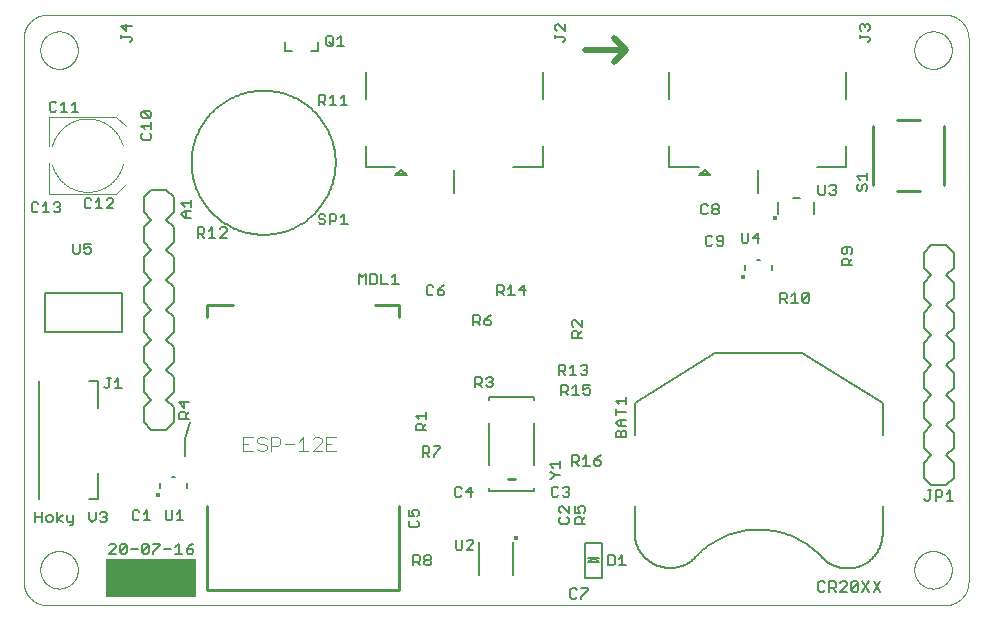
<source format=gto>
G75*
%MOIN*%
%OFA0B0*%
%FSLAX25Y25*%
%IPPOS*%
%LPD*%
%AMOC8*
5,1,8,0,0,1.08239X$1,22.5*
%
%ADD10C,0.00000*%
%ADD11C,0.00600*%
%ADD12R,0.29951X0.12500*%
%ADD13C,0.01969*%
%ADD14C,0.00800*%
%ADD15C,0.00400*%
%ADD16C,0.01000*%
%ADD17C,0.00787*%
%ADD18C,0.00500*%
%ADD19C,0.01575*%
%ADD20C,0.01682*%
D10*
X0044888Y0146728D02*
X0344100Y0146728D01*
X0344290Y0146730D01*
X0344480Y0146737D01*
X0344670Y0146749D01*
X0344860Y0146765D01*
X0345049Y0146785D01*
X0345238Y0146811D01*
X0345426Y0146840D01*
X0345613Y0146875D01*
X0345799Y0146914D01*
X0345984Y0146957D01*
X0346169Y0147005D01*
X0346352Y0147057D01*
X0346533Y0147113D01*
X0346713Y0147174D01*
X0346892Y0147240D01*
X0347069Y0147309D01*
X0347245Y0147383D01*
X0347418Y0147461D01*
X0347590Y0147544D01*
X0347759Y0147630D01*
X0347927Y0147720D01*
X0348092Y0147815D01*
X0348255Y0147913D01*
X0348415Y0148016D01*
X0348573Y0148122D01*
X0348728Y0148232D01*
X0348881Y0148345D01*
X0349031Y0148463D01*
X0349177Y0148584D01*
X0349321Y0148708D01*
X0349462Y0148836D01*
X0349600Y0148967D01*
X0349735Y0149102D01*
X0349866Y0149240D01*
X0349994Y0149381D01*
X0350118Y0149525D01*
X0350239Y0149671D01*
X0350357Y0149821D01*
X0350470Y0149974D01*
X0350580Y0150129D01*
X0350686Y0150287D01*
X0350789Y0150447D01*
X0350887Y0150610D01*
X0350982Y0150775D01*
X0351072Y0150943D01*
X0351158Y0151112D01*
X0351241Y0151284D01*
X0351319Y0151457D01*
X0351393Y0151633D01*
X0351462Y0151810D01*
X0351528Y0151989D01*
X0351589Y0152169D01*
X0351645Y0152350D01*
X0351697Y0152533D01*
X0351745Y0152718D01*
X0351788Y0152903D01*
X0351827Y0153089D01*
X0351862Y0153276D01*
X0351891Y0153464D01*
X0351917Y0153653D01*
X0351937Y0153842D01*
X0351953Y0154032D01*
X0351965Y0154222D01*
X0351972Y0154412D01*
X0351974Y0154602D01*
X0351974Y0335705D01*
X0351972Y0335895D01*
X0351965Y0336085D01*
X0351953Y0336275D01*
X0351937Y0336465D01*
X0351917Y0336654D01*
X0351891Y0336843D01*
X0351862Y0337031D01*
X0351827Y0337218D01*
X0351788Y0337404D01*
X0351745Y0337589D01*
X0351697Y0337774D01*
X0351645Y0337957D01*
X0351589Y0338138D01*
X0351528Y0338318D01*
X0351462Y0338497D01*
X0351393Y0338674D01*
X0351319Y0338850D01*
X0351241Y0339023D01*
X0351158Y0339195D01*
X0351072Y0339364D01*
X0350982Y0339532D01*
X0350887Y0339697D01*
X0350789Y0339860D01*
X0350686Y0340020D01*
X0350580Y0340178D01*
X0350470Y0340333D01*
X0350357Y0340486D01*
X0350239Y0340636D01*
X0350118Y0340782D01*
X0349994Y0340926D01*
X0349866Y0341067D01*
X0349735Y0341205D01*
X0349600Y0341340D01*
X0349462Y0341471D01*
X0349321Y0341599D01*
X0349177Y0341723D01*
X0349031Y0341844D01*
X0348881Y0341962D01*
X0348728Y0342075D01*
X0348573Y0342185D01*
X0348415Y0342291D01*
X0348255Y0342394D01*
X0348092Y0342492D01*
X0347927Y0342587D01*
X0347759Y0342677D01*
X0347590Y0342763D01*
X0347418Y0342846D01*
X0347245Y0342924D01*
X0347069Y0342998D01*
X0346892Y0343067D01*
X0346713Y0343133D01*
X0346533Y0343194D01*
X0346352Y0343250D01*
X0346169Y0343302D01*
X0345984Y0343350D01*
X0345799Y0343393D01*
X0345613Y0343432D01*
X0345426Y0343467D01*
X0345238Y0343496D01*
X0345049Y0343522D01*
X0344860Y0343542D01*
X0344670Y0343558D01*
X0344480Y0343570D01*
X0344290Y0343577D01*
X0344100Y0343579D01*
X0044888Y0343579D01*
X0044698Y0343577D01*
X0044508Y0343570D01*
X0044318Y0343558D01*
X0044128Y0343542D01*
X0043939Y0343522D01*
X0043750Y0343496D01*
X0043562Y0343467D01*
X0043375Y0343432D01*
X0043189Y0343393D01*
X0043004Y0343350D01*
X0042819Y0343302D01*
X0042636Y0343250D01*
X0042455Y0343194D01*
X0042275Y0343133D01*
X0042096Y0343067D01*
X0041919Y0342998D01*
X0041743Y0342924D01*
X0041570Y0342846D01*
X0041398Y0342763D01*
X0041229Y0342677D01*
X0041061Y0342587D01*
X0040896Y0342492D01*
X0040733Y0342394D01*
X0040573Y0342291D01*
X0040415Y0342185D01*
X0040260Y0342075D01*
X0040107Y0341962D01*
X0039957Y0341844D01*
X0039811Y0341723D01*
X0039667Y0341599D01*
X0039526Y0341471D01*
X0039388Y0341340D01*
X0039253Y0341205D01*
X0039122Y0341067D01*
X0038994Y0340926D01*
X0038870Y0340782D01*
X0038749Y0340636D01*
X0038631Y0340486D01*
X0038518Y0340333D01*
X0038408Y0340178D01*
X0038302Y0340020D01*
X0038199Y0339860D01*
X0038101Y0339697D01*
X0038006Y0339532D01*
X0037916Y0339364D01*
X0037830Y0339195D01*
X0037747Y0339023D01*
X0037669Y0338850D01*
X0037595Y0338674D01*
X0037526Y0338497D01*
X0037460Y0338318D01*
X0037399Y0338138D01*
X0037343Y0337957D01*
X0037291Y0337774D01*
X0037243Y0337589D01*
X0037200Y0337404D01*
X0037161Y0337218D01*
X0037126Y0337031D01*
X0037097Y0336843D01*
X0037071Y0336654D01*
X0037051Y0336465D01*
X0037035Y0336275D01*
X0037023Y0336085D01*
X0037016Y0335895D01*
X0037014Y0335705D01*
X0037014Y0154602D01*
X0037016Y0154412D01*
X0037023Y0154222D01*
X0037035Y0154032D01*
X0037051Y0153842D01*
X0037071Y0153653D01*
X0037097Y0153464D01*
X0037126Y0153276D01*
X0037161Y0153089D01*
X0037200Y0152903D01*
X0037243Y0152718D01*
X0037291Y0152533D01*
X0037343Y0152350D01*
X0037399Y0152169D01*
X0037460Y0151989D01*
X0037526Y0151810D01*
X0037595Y0151633D01*
X0037669Y0151457D01*
X0037747Y0151284D01*
X0037830Y0151112D01*
X0037916Y0150943D01*
X0038006Y0150775D01*
X0038101Y0150610D01*
X0038199Y0150447D01*
X0038302Y0150287D01*
X0038408Y0150129D01*
X0038518Y0149974D01*
X0038631Y0149821D01*
X0038749Y0149671D01*
X0038870Y0149525D01*
X0038994Y0149381D01*
X0039122Y0149240D01*
X0039253Y0149102D01*
X0039388Y0148967D01*
X0039526Y0148836D01*
X0039667Y0148708D01*
X0039811Y0148584D01*
X0039957Y0148463D01*
X0040107Y0148345D01*
X0040260Y0148232D01*
X0040415Y0148122D01*
X0040573Y0148016D01*
X0040733Y0147913D01*
X0040896Y0147815D01*
X0041061Y0147720D01*
X0041229Y0147630D01*
X0041398Y0147544D01*
X0041570Y0147461D01*
X0041743Y0147383D01*
X0041919Y0147309D01*
X0042096Y0147240D01*
X0042275Y0147174D01*
X0042455Y0147113D01*
X0042636Y0147057D01*
X0042819Y0147005D01*
X0043004Y0146957D01*
X0043189Y0146914D01*
X0043375Y0146875D01*
X0043562Y0146840D01*
X0043750Y0146811D01*
X0043939Y0146785D01*
X0044128Y0146765D01*
X0044318Y0146749D01*
X0044508Y0146737D01*
X0044698Y0146730D01*
X0044888Y0146728D01*
X0042575Y0158539D02*
X0042577Y0158697D01*
X0042583Y0158854D01*
X0042593Y0159012D01*
X0042607Y0159169D01*
X0042625Y0159325D01*
X0042646Y0159482D01*
X0042672Y0159637D01*
X0042702Y0159792D01*
X0042735Y0159946D01*
X0042773Y0160099D01*
X0042814Y0160252D01*
X0042859Y0160403D01*
X0042908Y0160553D01*
X0042961Y0160701D01*
X0043017Y0160849D01*
X0043078Y0160994D01*
X0043141Y0161139D01*
X0043209Y0161281D01*
X0043280Y0161422D01*
X0043354Y0161561D01*
X0043432Y0161698D01*
X0043514Y0161833D01*
X0043598Y0161966D01*
X0043687Y0162097D01*
X0043778Y0162225D01*
X0043873Y0162352D01*
X0043970Y0162475D01*
X0044071Y0162597D01*
X0044175Y0162715D01*
X0044282Y0162831D01*
X0044392Y0162944D01*
X0044504Y0163055D01*
X0044620Y0163162D01*
X0044738Y0163267D01*
X0044858Y0163369D01*
X0044981Y0163467D01*
X0045107Y0163563D01*
X0045235Y0163655D01*
X0045365Y0163744D01*
X0045497Y0163830D01*
X0045632Y0163912D01*
X0045769Y0163991D01*
X0045907Y0164066D01*
X0046047Y0164138D01*
X0046190Y0164206D01*
X0046333Y0164271D01*
X0046479Y0164332D01*
X0046626Y0164389D01*
X0046774Y0164443D01*
X0046924Y0164493D01*
X0047074Y0164539D01*
X0047226Y0164581D01*
X0047379Y0164620D01*
X0047533Y0164654D01*
X0047688Y0164685D01*
X0047843Y0164711D01*
X0047999Y0164734D01*
X0048156Y0164753D01*
X0048313Y0164768D01*
X0048470Y0164779D01*
X0048628Y0164786D01*
X0048786Y0164789D01*
X0048943Y0164788D01*
X0049101Y0164783D01*
X0049258Y0164774D01*
X0049416Y0164761D01*
X0049572Y0164744D01*
X0049729Y0164723D01*
X0049884Y0164699D01*
X0050039Y0164670D01*
X0050194Y0164637D01*
X0050347Y0164601D01*
X0050500Y0164560D01*
X0050651Y0164516D01*
X0050801Y0164468D01*
X0050950Y0164417D01*
X0051098Y0164361D01*
X0051244Y0164302D01*
X0051389Y0164239D01*
X0051532Y0164172D01*
X0051673Y0164102D01*
X0051812Y0164029D01*
X0051950Y0163952D01*
X0052086Y0163871D01*
X0052219Y0163787D01*
X0052350Y0163700D01*
X0052479Y0163609D01*
X0052606Y0163515D01*
X0052731Y0163418D01*
X0052852Y0163318D01*
X0052972Y0163215D01*
X0053088Y0163109D01*
X0053202Y0163000D01*
X0053314Y0162888D01*
X0053422Y0162774D01*
X0053527Y0162656D01*
X0053630Y0162536D01*
X0053729Y0162414D01*
X0053825Y0162289D01*
X0053918Y0162161D01*
X0054008Y0162032D01*
X0054094Y0161900D01*
X0054178Y0161766D01*
X0054257Y0161630D01*
X0054334Y0161492D01*
X0054406Y0161352D01*
X0054475Y0161210D01*
X0054541Y0161067D01*
X0054603Y0160922D01*
X0054661Y0160775D01*
X0054716Y0160627D01*
X0054767Y0160478D01*
X0054814Y0160327D01*
X0054857Y0160176D01*
X0054896Y0160023D01*
X0054932Y0159869D01*
X0054963Y0159715D01*
X0054991Y0159560D01*
X0055015Y0159404D01*
X0055035Y0159247D01*
X0055051Y0159090D01*
X0055063Y0158933D01*
X0055071Y0158776D01*
X0055075Y0158618D01*
X0055075Y0158460D01*
X0055071Y0158302D01*
X0055063Y0158145D01*
X0055051Y0157988D01*
X0055035Y0157831D01*
X0055015Y0157674D01*
X0054991Y0157518D01*
X0054963Y0157363D01*
X0054932Y0157209D01*
X0054896Y0157055D01*
X0054857Y0156902D01*
X0054814Y0156751D01*
X0054767Y0156600D01*
X0054716Y0156451D01*
X0054661Y0156303D01*
X0054603Y0156156D01*
X0054541Y0156011D01*
X0054475Y0155868D01*
X0054406Y0155726D01*
X0054334Y0155586D01*
X0054257Y0155448D01*
X0054178Y0155312D01*
X0054094Y0155178D01*
X0054008Y0155046D01*
X0053918Y0154917D01*
X0053825Y0154789D01*
X0053729Y0154664D01*
X0053630Y0154542D01*
X0053527Y0154422D01*
X0053422Y0154304D01*
X0053314Y0154190D01*
X0053202Y0154078D01*
X0053088Y0153969D01*
X0052972Y0153863D01*
X0052852Y0153760D01*
X0052731Y0153660D01*
X0052606Y0153563D01*
X0052479Y0153469D01*
X0052350Y0153378D01*
X0052219Y0153291D01*
X0052086Y0153207D01*
X0051950Y0153126D01*
X0051812Y0153049D01*
X0051673Y0152976D01*
X0051532Y0152906D01*
X0051389Y0152839D01*
X0051244Y0152776D01*
X0051098Y0152717D01*
X0050950Y0152661D01*
X0050801Y0152610D01*
X0050651Y0152562D01*
X0050500Y0152518D01*
X0050347Y0152477D01*
X0050194Y0152441D01*
X0050039Y0152408D01*
X0049884Y0152379D01*
X0049729Y0152355D01*
X0049572Y0152334D01*
X0049416Y0152317D01*
X0049258Y0152304D01*
X0049101Y0152295D01*
X0048943Y0152290D01*
X0048786Y0152289D01*
X0048628Y0152292D01*
X0048470Y0152299D01*
X0048313Y0152310D01*
X0048156Y0152325D01*
X0047999Y0152344D01*
X0047843Y0152367D01*
X0047688Y0152393D01*
X0047533Y0152424D01*
X0047379Y0152458D01*
X0047226Y0152497D01*
X0047074Y0152539D01*
X0046924Y0152585D01*
X0046774Y0152635D01*
X0046626Y0152689D01*
X0046479Y0152746D01*
X0046333Y0152807D01*
X0046190Y0152872D01*
X0046047Y0152940D01*
X0045907Y0153012D01*
X0045769Y0153087D01*
X0045632Y0153166D01*
X0045497Y0153248D01*
X0045365Y0153334D01*
X0045235Y0153423D01*
X0045107Y0153515D01*
X0044981Y0153611D01*
X0044858Y0153709D01*
X0044738Y0153811D01*
X0044620Y0153916D01*
X0044504Y0154023D01*
X0044392Y0154134D01*
X0044282Y0154247D01*
X0044175Y0154363D01*
X0044071Y0154481D01*
X0043970Y0154603D01*
X0043873Y0154726D01*
X0043778Y0154853D01*
X0043687Y0154981D01*
X0043598Y0155112D01*
X0043514Y0155245D01*
X0043432Y0155380D01*
X0043354Y0155517D01*
X0043280Y0155656D01*
X0043209Y0155797D01*
X0043141Y0155939D01*
X0043078Y0156084D01*
X0043017Y0156229D01*
X0042961Y0156377D01*
X0042908Y0156525D01*
X0042859Y0156675D01*
X0042814Y0156826D01*
X0042773Y0156979D01*
X0042735Y0157132D01*
X0042702Y0157286D01*
X0042672Y0157441D01*
X0042646Y0157596D01*
X0042625Y0157753D01*
X0042607Y0157909D01*
X0042593Y0158066D01*
X0042583Y0158224D01*
X0042577Y0158381D01*
X0042575Y0158539D01*
X0042575Y0331768D02*
X0042577Y0331926D01*
X0042583Y0332083D01*
X0042593Y0332241D01*
X0042607Y0332398D01*
X0042625Y0332554D01*
X0042646Y0332711D01*
X0042672Y0332866D01*
X0042702Y0333021D01*
X0042735Y0333175D01*
X0042773Y0333328D01*
X0042814Y0333481D01*
X0042859Y0333632D01*
X0042908Y0333782D01*
X0042961Y0333930D01*
X0043017Y0334078D01*
X0043078Y0334223D01*
X0043141Y0334368D01*
X0043209Y0334510D01*
X0043280Y0334651D01*
X0043354Y0334790D01*
X0043432Y0334927D01*
X0043514Y0335062D01*
X0043598Y0335195D01*
X0043687Y0335326D01*
X0043778Y0335454D01*
X0043873Y0335581D01*
X0043970Y0335704D01*
X0044071Y0335826D01*
X0044175Y0335944D01*
X0044282Y0336060D01*
X0044392Y0336173D01*
X0044504Y0336284D01*
X0044620Y0336391D01*
X0044738Y0336496D01*
X0044858Y0336598D01*
X0044981Y0336696D01*
X0045107Y0336792D01*
X0045235Y0336884D01*
X0045365Y0336973D01*
X0045497Y0337059D01*
X0045632Y0337141D01*
X0045769Y0337220D01*
X0045907Y0337295D01*
X0046047Y0337367D01*
X0046190Y0337435D01*
X0046333Y0337500D01*
X0046479Y0337561D01*
X0046626Y0337618D01*
X0046774Y0337672D01*
X0046924Y0337722D01*
X0047074Y0337768D01*
X0047226Y0337810D01*
X0047379Y0337849D01*
X0047533Y0337883D01*
X0047688Y0337914D01*
X0047843Y0337940D01*
X0047999Y0337963D01*
X0048156Y0337982D01*
X0048313Y0337997D01*
X0048470Y0338008D01*
X0048628Y0338015D01*
X0048786Y0338018D01*
X0048943Y0338017D01*
X0049101Y0338012D01*
X0049258Y0338003D01*
X0049416Y0337990D01*
X0049572Y0337973D01*
X0049729Y0337952D01*
X0049884Y0337928D01*
X0050039Y0337899D01*
X0050194Y0337866D01*
X0050347Y0337830D01*
X0050500Y0337789D01*
X0050651Y0337745D01*
X0050801Y0337697D01*
X0050950Y0337646D01*
X0051098Y0337590D01*
X0051244Y0337531D01*
X0051389Y0337468D01*
X0051532Y0337401D01*
X0051673Y0337331D01*
X0051812Y0337258D01*
X0051950Y0337181D01*
X0052086Y0337100D01*
X0052219Y0337016D01*
X0052350Y0336929D01*
X0052479Y0336838D01*
X0052606Y0336744D01*
X0052731Y0336647D01*
X0052852Y0336547D01*
X0052972Y0336444D01*
X0053088Y0336338D01*
X0053202Y0336229D01*
X0053314Y0336117D01*
X0053422Y0336003D01*
X0053527Y0335885D01*
X0053630Y0335765D01*
X0053729Y0335643D01*
X0053825Y0335518D01*
X0053918Y0335390D01*
X0054008Y0335261D01*
X0054094Y0335129D01*
X0054178Y0334995D01*
X0054257Y0334859D01*
X0054334Y0334721D01*
X0054406Y0334581D01*
X0054475Y0334439D01*
X0054541Y0334296D01*
X0054603Y0334151D01*
X0054661Y0334004D01*
X0054716Y0333856D01*
X0054767Y0333707D01*
X0054814Y0333556D01*
X0054857Y0333405D01*
X0054896Y0333252D01*
X0054932Y0333098D01*
X0054963Y0332944D01*
X0054991Y0332789D01*
X0055015Y0332633D01*
X0055035Y0332476D01*
X0055051Y0332319D01*
X0055063Y0332162D01*
X0055071Y0332005D01*
X0055075Y0331847D01*
X0055075Y0331689D01*
X0055071Y0331531D01*
X0055063Y0331374D01*
X0055051Y0331217D01*
X0055035Y0331060D01*
X0055015Y0330903D01*
X0054991Y0330747D01*
X0054963Y0330592D01*
X0054932Y0330438D01*
X0054896Y0330284D01*
X0054857Y0330131D01*
X0054814Y0329980D01*
X0054767Y0329829D01*
X0054716Y0329680D01*
X0054661Y0329532D01*
X0054603Y0329385D01*
X0054541Y0329240D01*
X0054475Y0329097D01*
X0054406Y0328955D01*
X0054334Y0328815D01*
X0054257Y0328677D01*
X0054178Y0328541D01*
X0054094Y0328407D01*
X0054008Y0328275D01*
X0053918Y0328146D01*
X0053825Y0328018D01*
X0053729Y0327893D01*
X0053630Y0327771D01*
X0053527Y0327651D01*
X0053422Y0327533D01*
X0053314Y0327419D01*
X0053202Y0327307D01*
X0053088Y0327198D01*
X0052972Y0327092D01*
X0052852Y0326989D01*
X0052731Y0326889D01*
X0052606Y0326792D01*
X0052479Y0326698D01*
X0052350Y0326607D01*
X0052219Y0326520D01*
X0052086Y0326436D01*
X0051950Y0326355D01*
X0051812Y0326278D01*
X0051673Y0326205D01*
X0051532Y0326135D01*
X0051389Y0326068D01*
X0051244Y0326005D01*
X0051098Y0325946D01*
X0050950Y0325890D01*
X0050801Y0325839D01*
X0050651Y0325791D01*
X0050500Y0325747D01*
X0050347Y0325706D01*
X0050194Y0325670D01*
X0050039Y0325637D01*
X0049884Y0325608D01*
X0049729Y0325584D01*
X0049572Y0325563D01*
X0049416Y0325546D01*
X0049258Y0325533D01*
X0049101Y0325524D01*
X0048943Y0325519D01*
X0048786Y0325518D01*
X0048628Y0325521D01*
X0048470Y0325528D01*
X0048313Y0325539D01*
X0048156Y0325554D01*
X0047999Y0325573D01*
X0047843Y0325596D01*
X0047688Y0325622D01*
X0047533Y0325653D01*
X0047379Y0325687D01*
X0047226Y0325726D01*
X0047074Y0325768D01*
X0046924Y0325814D01*
X0046774Y0325864D01*
X0046626Y0325918D01*
X0046479Y0325975D01*
X0046333Y0326036D01*
X0046190Y0326101D01*
X0046047Y0326169D01*
X0045907Y0326241D01*
X0045769Y0326316D01*
X0045632Y0326395D01*
X0045497Y0326477D01*
X0045365Y0326563D01*
X0045235Y0326652D01*
X0045107Y0326744D01*
X0044981Y0326840D01*
X0044858Y0326938D01*
X0044738Y0327040D01*
X0044620Y0327145D01*
X0044504Y0327252D01*
X0044392Y0327363D01*
X0044282Y0327476D01*
X0044175Y0327592D01*
X0044071Y0327710D01*
X0043970Y0327832D01*
X0043873Y0327955D01*
X0043778Y0328082D01*
X0043687Y0328210D01*
X0043598Y0328341D01*
X0043514Y0328474D01*
X0043432Y0328609D01*
X0043354Y0328746D01*
X0043280Y0328885D01*
X0043209Y0329026D01*
X0043141Y0329168D01*
X0043078Y0329313D01*
X0043017Y0329458D01*
X0042961Y0329606D01*
X0042908Y0329754D01*
X0042859Y0329904D01*
X0042814Y0330055D01*
X0042773Y0330208D01*
X0042735Y0330361D01*
X0042702Y0330515D01*
X0042672Y0330670D01*
X0042646Y0330825D01*
X0042625Y0330982D01*
X0042607Y0331138D01*
X0042593Y0331295D01*
X0042583Y0331453D01*
X0042577Y0331610D01*
X0042575Y0331768D01*
X0333913Y0331768D02*
X0333915Y0331926D01*
X0333921Y0332083D01*
X0333931Y0332241D01*
X0333945Y0332398D01*
X0333963Y0332554D01*
X0333984Y0332711D01*
X0334010Y0332866D01*
X0334040Y0333021D01*
X0334073Y0333175D01*
X0334111Y0333328D01*
X0334152Y0333481D01*
X0334197Y0333632D01*
X0334246Y0333782D01*
X0334299Y0333930D01*
X0334355Y0334078D01*
X0334416Y0334223D01*
X0334479Y0334368D01*
X0334547Y0334510D01*
X0334618Y0334651D01*
X0334692Y0334790D01*
X0334770Y0334927D01*
X0334852Y0335062D01*
X0334936Y0335195D01*
X0335025Y0335326D01*
X0335116Y0335454D01*
X0335211Y0335581D01*
X0335308Y0335704D01*
X0335409Y0335826D01*
X0335513Y0335944D01*
X0335620Y0336060D01*
X0335730Y0336173D01*
X0335842Y0336284D01*
X0335958Y0336391D01*
X0336076Y0336496D01*
X0336196Y0336598D01*
X0336319Y0336696D01*
X0336445Y0336792D01*
X0336573Y0336884D01*
X0336703Y0336973D01*
X0336835Y0337059D01*
X0336970Y0337141D01*
X0337107Y0337220D01*
X0337245Y0337295D01*
X0337385Y0337367D01*
X0337528Y0337435D01*
X0337671Y0337500D01*
X0337817Y0337561D01*
X0337964Y0337618D01*
X0338112Y0337672D01*
X0338262Y0337722D01*
X0338412Y0337768D01*
X0338564Y0337810D01*
X0338717Y0337849D01*
X0338871Y0337883D01*
X0339026Y0337914D01*
X0339181Y0337940D01*
X0339337Y0337963D01*
X0339494Y0337982D01*
X0339651Y0337997D01*
X0339808Y0338008D01*
X0339966Y0338015D01*
X0340124Y0338018D01*
X0340281Y0338017D01*
X0340439Y0338012D01*
X0340596Y0338003D01*
X0340754Y0337990D01*
X0340910Y0337973D01*
X0341067Y0337952D01*
X0341222Y0337928D01*
X0341377Y0337899D01*
X0341532Y0337866D01*
X0341685Y0337830D01*
X0341838Y0337789D01*
X0341989Y0337745D01*
X0342139Y0337697D01*
X0342288Y0337646D01*
X0342436Y0337590D01*
X0342582Y0337531D01*
X0342727Y0337468D01*
X0342870Y0337401D01*
X0343011Y0337331D01*
X0343150Y0337258D01*
X0343288Y0337181D01*
X0343424Y0337100D01*
X0343557Y0337016D01*
X0343688Y0336929D01*
X0343817Y0336838D01*
X0343944Y0336744D01*
X0344069Y0336647D01*
X0344190Y0336547D01*
X0344310Y0336444D01*
X0344426Y0336338D01*
X0344540Y0336229D01*
X0344652Y0336117D01*
X0344760Y0336003D01*
X0344865Y0335885D01*
X0344968Y0335765D01*
X0345067Y0335643D01*
X0345163Y0335518D01*
X0345256Y0335390D01*
X0345346Y0335261D01*
X0345432Y0335129D01*
X0345516Y0334995D01*
X0345595Y0334859D01*
X0345672Y0334721D01*
X0345744Y0334581D01*
X0345813Y0334439D01*
X0345879Y0334296D01*
X0345941Y0334151D01*
X0345999Y0334004D01*
X0346054Y0333856D01*
X0346105Y0333707D01*
X0346152Y0333556D01*
X0346195Y0333405D01*
X0346234Y0333252D01*
X0346270Y0333098D01*
X0346301Y0332944D01*
X0346329Y0332789D01*
X0346353Y0332633D01*
X0346373Y0332476D01*
X0346389Y0332319D01*
X0346401Y0332162D01*
X0346409Y0332005D01*
X0346413Y0331847D01*
X0346413Y0331689D01*
X0346409Y0331531D01*
X0346401Y0331374D01*
X0346389Y0331217D01*
X0346373Y0331060D01*
X0346353Y0330903D01*
X0346329Y0330747D01*
X0346301Y0330592D01*
X0346270Y0330438D01*
X0346234Y0330284D01*
X0346195Y0330131D01*
X0346152Y0329980D01*
X0346105Y0329829D01*
X0346054Y0329680D01*
X0345999Y0329532D01*
X0345941Y0329385D01*
X0345879Y0329240D01*
X0345813Y0329097D01*
X0345744Y0328955D01*
X0345672Y0328815D01*
X0345595Y0328677D01*
X0345516Y0328541D01*
X0345432Y0328407D01*
X0345346Y0328275D01*
X0345256Y0328146D01*
X0345163Y0328018D01*
X0345067Y0327893D01*
X0344968Y0327771D01*
X0344865Y0327651D01*
X0344760Y0327533D01*
X0344652Y0327419D01*
X0344540Y0327307D01*
X0344426Y0327198D01*
X0344310Y0327092D01*
X0344190Y0326989D01*
X0344069Y0326889D01*
X0343944Y0326792D01*
X0343817Y0326698D01*
X0343688Y0326607D01*
X0343557Y0326520D01*
X0343424Y0326436D01*
X0343288Y0326355D01*
X0343150Y0326278D01*
X0343011Y0326205D01*
X0342870Y0326135D01*
X0342727Y0326068D01*
X0342582Y0326005D01*
X0342436Y0325946D01*
X0342288Y0325890D01*
X0342139Y0325839D01*
X0341989Y0325791D01*
X0341838Y0325747D01*
X0341685Y0325706D01*
X0341532Y0325670D01*
X0341377Y0325637D01*
X0341222Y0325608D01*
X0341067Y0325584D01*
X0340910Y0325563D01*
X0340754Y0325546D01*
X0340596Y0325533D01*
X0340439Y0325524D01*
X0340281Y0325519D01*
X0340124Y0325518D01*
X0339966Y0325521D01*
X0339808Y0325528D01*
X0339651Y0325539D01*
X0339494Y0325554D01*
X0339337Y0325573D01*
X0339181Y0325596D01*
X0339026Y0325622D01*
X0338871Y0325653D01*
X0338717Y0325687D01*
X0338564Y0325726D01*
X0338412Y0325768D01*
X0338262Y0325814D01*
X0338112Y0325864D01*
X0337964Y0325918D01*
X0337817Y0325975D01*
X0337671Y0326036D01*
X0337528Y0326101D01*
X0337385Y0326169D01*
X0337245Y0326241D01*
X0337107Y0326316D01*
X0336970Y0326395D01*
X0336835Y0326477D01*
X0336703Y0326563D01*
X0336573Y0326652D01*
X0336445Y0326744D01*
X0336319Y0326840D01*
X0336196Y0326938D01*
X0336076Y0327040D01*
X0335958Y0327145D01*
X0335842Y0327252D01*
X0335730Y0327363D01*
X0335620Y0327476D01*
X0335513Y0327592D01*
X0335409Y0327710D01*
X0335308Y0327832D01*
X0335211Y0327955D01*
X0335116Y0328082D01*
X0335025Y0328210D01*
X0334936Y0328341D01*
X0334852Y0328474D01*
X0334770Y0328609D01*
X0334692Y0328746D01*
X0334618Y0328885D01*
X0334547Y0329026D01*
X0334479Y0329168D01*
X0334416Y0329313D01*
X0334355Y0329458D01*
X0334299Y0329606D01*
X0334246Y0329754D01*
X0334197Y0329904D01*
X0334152Y0330055D01*
X0334111Y0330208D01*
X0334073Y0330361D01*
X0334040Y0330515D01*
X0334010Y0330670D01*
X0333984Y0330825D01*
X0333963Y0330982D01*
X0333945Y0331138D01*
X0333931Y0331295D01*
X0333921Y0331453D01*
X0333915Y0331610D01*
X0333913Y0331768D01*
X0333913Y0158539D02*
X0333915Y0158697D01*
X0333921Y0158854D01*
X0333931Y0159012D01*
X0333945Y0159169D01*
X0333963Y0159325D01*
X0333984Y0159482D01*
X0334010Y0159637D01*
X0334040Y0159792D01*
X0334073Y0159946D01*
X0334111Y0160099D01*
X0334152Y0160252D01*
X0334197Y0160403D01*
X0334246Y0160553D01*
X0334299Y0160701D01*
X0334355Y0160849D01*
X0334416Y0160994D01*
X0334479Y0161139D01*
X0334547Y0161281D01*
X0334618Y0161422D01*
X0334692Y0161561D01*
X0334770Y0161698D01*
X0334852Y0161833D01*
X0334936Y0161966D01*
X0335025Y0162097D01*
X0335116Y0162225D01*
X0335211Y0162352D01*
X0335308Y0162475D01*
X0335409Y0162597D01*
X0335513Y0162715D01*
X0335620Y0162831D01*
X0335730Y0162944D01*
X0335842Y0163055D01*
X0335958Y0163162D01*
X0336076Y0163267D01*
X0336196Y0163369D01*
X0336319Y0163467D01*
X0336445Y0163563D01*
X0336573Y0163655D01*
X0336703Y0163744D01*
X0336835Y0163830D01*
X0336970Y0163912D01*
X0337107Y0163991D01*
X0337245Y0164066D01*
X0337385Y0164138D01*
X0337528Y0164206D01*
X0337671Y0164271D01*
X0337817Y0164332D01*
X0337964Y0164389D01*
X0338112Y0164443D01*
X0338262Y0164493D01*
X0338412Y0164539D01*
X0338564Y0164581D01*
X0338717Y0164620D01*
X0338871Y0164654D01*
X0339026Y0164685D01*
X0339181Y0164711D01*
X0339337Y0164734D01*
X0339494Y0164753D01*
X0339651Y0164768D01*
X0339808Y0164779D01*
X0339966Y0164786D01*
X0340124Y0164789D01*
X0340281Y0164788D01*
X0340439Y0164783D01*
X0340596Y0164774D01*
X0340754Y0164761D01*
X0340910Y0164744D01*
X0341067Y0164723D01*
X0341222Y0164699D01*
X0341377Y0164670D01*
X0341532Y0164637D01*
X0341685Y0164601D01*
X0341838Y0164560D01*
X0341989Y0164516D01*
X0342139Y0164468D01*
X0342288Y0164417D01*
X0342436Y0164361D01*
X0342582Y0164302D01*
X0342727Y0164239D01*
X0342870Y0164172D01*
X0343011Y0164102D01*
X0343150Y0164029D01*
X0343288Y0163952D01*
X0343424Y0163871D01*
X0343557Y0163787D01*
X0343688Y0163700D01*
X0343817Y0163609D01*
X0343944Y0163515D01*
X0344069Y0163418D01*
X0344190Y0163318D01*
X0344310Y0163215D01*
X0344426Y0163109D01*
X0344540Y0163000D01*
X0344652Y0162888D01*
X0344760Y0162774D01*
X0344865Y0162656D01*
X0344968Y0162536D01*
X0345067Y0162414D01*
X0345163Y0162289D01*
X0345256Y0162161D01*
X0345346Y0162032D01*
X0345432Y0161900D01*
X0345516Y0161766D01*
X0345595Y0161630D01*
X0345672Y0161492D01*
X0345744Y0161352D01*
X0345813Y0161210D01*
X0345879Y0161067D01*
X0345941Y0160922D01*
X0345999Y0160775D01*
X0346054Y0160627D01*
X0346105Y0160478D01*
X0346152Y0160327D01*
X0346195Y0160176D01*
X0346234Y0160023D01*
X0346270Y0159869D01*
X0346301Y0159715D01*
X0346329Y0159560D01*
X0346353Y0159404D01*
X0346373Y0159247D01*
X0346389Y0159090D01*
X0346401Y0158933D01*
X0346409Y0158776D01*
X0346413Y0158618D01*
X0346413Y0158460D01*
X0346409Y0158302D01*
X0346401Y0158145D01*
X0346389Y0157988D01*
X0346373Y0157831D01*
X0346353Y0157674D01*
X0346329Y0157518D01*
X0346301Y0157363D01*
X0346270Y0157209D01*
X0346234Y0157055D01*
X0346195Y0156902D01*
X0346152Y0156751D01*
X0346105Y0156600D01*
X0346054Y0156451D01*
X0345999Y0156303D01*
X0345941Y0156156D01*
X0345879Y0156011D01*
X0345813Y0155868D01*
X0345744Y0155726D01*
X0345672Y0155586D01*
X0345595Y0155448D01*
X0345516Y0155312D01*
X0345432Y0155178D01*
X0345346Y0155046D01*
X0345256Y0154917D01*
X0345163Y0154789D01*
X0345067Y0154664D01*
X0344968Y0154542D01*
X0344865Y0154422D01*
X0344760Y0154304D01*
X0344652Y0154190D01*
X0344540Y0154078D01*
X0344426Y0153969D01*
X0344310Y0153863D01*
X0344190Y0153760D01*
X0344069Y0153660D01*
X0343944Y0153563D01*
X0343817Y0153469D01*
X0343688Y0153378D01*
X0343557Y0153291D01*
X0343424Y0153207D01*
X0343288Y0153126D01*
X0343150Y0153049D01*
X0343011Y0152976D01*
X0342870Y0152906D01*
X0342727Y0152839D01*
X0342582Y0152776D01*
X0342436Y0152717D01*
X0342288Y0152661D01*
X0342139Y0152610D01*
X0341989Y0152562D01*
X0341838Y0152518D01*
X0341685Y0152477D01*
X0341532Y0152441D01*
X0341377Y0152408D01*
X0341222Y0152379D01*
X0341067Y0152355D01*
X0340910Y0152334D01*
X0340754Y0152317D01*
X0340596Y0152304D01*
X0340439Y0152295D01*
X0340281Y0152290D01*
X0340124Y0152289D01*
X0339966Y0152292D01*
X0339808Y0152299D01*
X0339651Y0152310D01*
X0339494Y0152325D01*
X0339337Y0152344D01*
X0339181Y0152367D01*
X0339026Y0152393D01*
X0338871Y0152424D01*
X0338717Y0152458D01*
X0338564Y0152497D01*
X0338412Y0152539D01*
X0338262Y0152585D01*
X0338112Y0152635D01*
X0337964Y0152689D01*
X0337817Y0152746D01*
X0337671Y0152807D01*
X0337528Y0152872D01*
X0337385Y0152940D01*
X0337245Y0153012D01*
X0337107Y0153087D01*
X0336970Y0153166D01*
X0336835Y0153248D01*
X0336703Y0153334D01*
X0336573Y0153423D01*
X0336445Y0153515D01*
X0336319Y0153611D01*
X0336196Y0153709D01*
X0336076Y0153811D01*
X0335958Y0153916D01*
X0335842Y0154023D01*
X0335730Y0154134D01*
X0335620Y0154247D01*
X0335513Y0154363D01*
X0335409Y0154481D01*
X0335308Y0154603D01*
X0335211Y0154726D01*
X0335116Y0154853D01*
X0335025Y0154981D01*
X0334936Y0155112D01*
X0334852Y0155245D01*
X0334770Y0155380D01*
X0334692Y0155517D01*
X0334618Y0155656D01*
X0334547Y0155797D01*
X0334479Y0155939D01*
X0334416Y0156084D01*
X0334355Y0156229D01*
X0334299Y0156377D01*
X0334246Y0156525D01*
X0334197Y0156675D01*
X0334152Y0156826D01*
X0334111Y0156979D01*
X0334073Y0157132D01*
X0334040Y0157286D01*
X0334010Y0157441D01*
X0333984Y0157596D01*
X0333963Y0157753D01*
X0333945Y0157909D01*
X0333931Y0158066D01*
X0333921Y0158224D01*
X0333915Y0158381D01*
X0333913Y0158539D01*
D11*
X0322579Y0154642D02*
X0320310Y0151239D01*
X0318895Y0151239D02*
X0316627Y0154642D01*
X0315212Y0154075D02*
X0312944Y0151806D01*
X0313511Y0151239D01*
X0314645Y0151239D01*
X0315212Y0151806D01*
X0315212Y0154075D01*
X0314645Y0154642D01*
X0313511Y0154642D01*
X0312944Y0154075D01*
X0312944Y0151806D01*
X0311529Y0151239D02*
X0309260Y0151239D01*
X0311529Y0153508D01*
X0311529Y0154075D01*
X0310962Y0154642D01*
X0309828Y0154642D01*
X0309260Y0154075D01*
X0307846Y0154075D02*
X0307846Y0152940D01*
X0307279Y0152373D01*
X0305577Y0152373D01*
X0305577Y0151239D02*
X0305577Y0154642D01*
X0307279Y0154642D01*
X0307846Y0154075D01*
X0306712Y0152373D02*
X0307846Y0151239D01*
X0304163Y0151806D02*
X0303596Y0151239D01*
X0302461Y0151239D01*
X0301894Y0151806D01*
X0301894Y0154075D01*
X0302461Y0154642D01*
X0303596Y0154642D01*
X0304163Y0154075D01*
X0316627Y0151239D02*
X0318895Y0154642D01*
X0320310Y0154642D02*
X0322579Y0151239D01*
X0337855Y0181611D02*
X0338422Y0181611D01*
X0338989Y0182178D01*
X0338989Y0185014D01*
X0338422Y0185014D02*
X0339556Y0185014D01*
X0340971Y0185014D02*
X0340971Y0181611D01*
X0340971Y0182745D02*
X0342672Y0182745D01*
X0343240Y0183312D01*
X0343240Y0184447D01*
X0342672Y0185014D01*
X0340971Y0185014D01*
X0344654Y0183880D02*
X0345788Y0185014D01*
X0345788Y0181611D01*
X0344654Y0181611D02*
X0346923Y0181611D01*
X0337855Y0181611D02*
X0337288Y0182178D01*
X0298332Y0247528D02*
X0297198Y0247528D01*
X0296631Y0248095D01*
X0298899Y0250364D01*
X0298899Y0248095D01*
X0298332Y0247528D01*
X0296631Y0248095D02*
X0296631Y0250364D01*
X0297198Y0250931D01*
X0298332Y0250931D01*
X0298899Y0250364D01*
X0295216Y0247528D02*
X0292947Y0247528D01*
X0294082Y0247528D02*
X0294082Y0250931D01*
X0292947Y0249797D01*
X0291533Y0250364D02*
X0291533Y0249230D01*
X0290966Y0248663D01*
X0289264Y0248663D01*
X0290399Y0248663D02*
X0291533Y0247528D01*
X0289264Y0247528D02*
X0289264Y0250931D01*
X0290966Y0250931D01*
X0291533Y0250364D01*
X0286414Y0258328D02*
X0286414Y0260128D01*
X0282614Y0261928D02*
X0281414Y0261928D01*
X0277614Y0260128D02*
X0277614Y0258328D01*
X0269698Y0266528D02*
X0270265Y0267095D01*
X0270265Y0269364D01*
X0269698Y0269931D01*
X0268564Y0269931D01*
X0267997Y0269364D01*
X0267997Y0268797D01*
X0268564Y0268230D01*
X0270265Y0268230D01*
X0269698Y0266528D02*
X0268564Y0266528D01*
X0267997Y0267095D01*
X0266582Y0267095D02*
X0266015Y0266528D01*
X0264881Y0266528D01*
X0264314Y0267095D01*
X0264314Y0269364D01*
X0264881Y0269931D01*
X0266015Y0269931D01*
X0266582Y0269364D01*
X0276314Y0268095D02*
X0276314Y0270931D01*
X0278582Y0270931D02*
X0278582Y0268095D01*
X0278015Y0267528D01*
X0276881Y0267528D01*
X0276314Y0268095D01*
X0279997Y0269230D02*
X0281698Y0270931D01*
X0281698Y0267528D01*
X0282265Y0269230D02*
X0279997Y0269230D01*
X0288608Y0277260D02*
X0288608Y0281197D01*
X0293333Y0282378D02*
X0295695Y0282378D01*
X0300419Y0281197D02*
X0300419Y0277260D01*
X0302511Y0283536D02*
X0303645Y0283536D01*
X0304212Y0284103D01*
X0304212Y0286939D01*
X0305627Y0286372D02*
X0306194Y0286939D01*
X0307328Y0286939D01*
X0307895Y0286372D01*
X0307895Y0285805D01*
X0307328Y0285238D01*
X0307895Y0284671D01*
X0307895Y0284103D01*
X0307328Y0283536D01*
X0306194Y0283536D01*
X0305627Y0284103D01*
X0306761Y0285238D02*
X0307328Y0285238D01*
X0302511Y0283536D02*
X0301944Y0284103D01*
X0301944Y0286939D01*
X0314807Y0286525D02*
X0314807Y0285391D01*
X0315374Y0284824D01*
X0315941Y0284824D01*
X0316508Y0285391D01*
X0316508Y0286525D01*
X0317075Y0287092D01*
X0317643Y0287092D01*
X0318210Y0286525D01*
X0318210Y0285391D01*
X0317643Y0284824D01*
X0315374Y0287092D02*
X0314807Y0286525D01*
X0315941Y0288507D02*
X0314807Y0289641D01*
X0318210Y0289641D01*
X0318210Y0288507D02*
X0318210Y0290775D01*
X0312647Y0265980D02*
X0310378Y0265980D01*
X0309811Y0265413D01*
X0309811Y0264279D01*
X0310378Y0263711D01*
X0310945Y0263711D01*
X0311512Y0264279D01*
X0311512Y0265980D01*
X0312647Y0265980D02*
X0313214Y0265413D01*
X0313214Y0264279D01*
X0312647Y0263711D01*
X0313214Y0262297D02*
X0312079Y0261163D01*
X0312079Y0261730D02*
X0312079Y0260028D01*
X0313214Y0260028D02*
X0309811Y0260028D01*
X0309811Y0261730D01*
X0310378Y0262297D01*
X0311512Y0262297D01*
X0312079Y0261730D01*
X0268765Y0277595D02*
X0268198Y0277028D01*
X0267064Y0277028D01*
X0266497Y0277595D01*
X0266497Y0278163D01*
X0267064Y0278730D01*
X0268198Y0278730D01*
X0268765Y0278163D01*
X0268765Y0277595D01*
X0268198Y0278730D02*
X0268765Y0279297D01*
X0268765Y0279864D01*
X0268198Y0280431D01*
X0267064Y0280431D01*
X0266497Y0279864D01*
X0266497Y0279297D01*
X0267064Y0278730D01*
X0265082Y0279864D02*
X0264515Y0280431D01*
X0263381Y0280431D01*
X0262814Y0279864D01*
X0262814Y0277595D01*
X0263381Y0277028D01*
X0264515Y0277028D01*
X0265082Y0277595D01*
X0223103Y0241677D02*
X0223103Y0239408D01*
X0220835Y0241677D01*
X0220268Y0241677D01*
X0219701Y0241110D01*
X0219701Y0239975D01*
X0220268Y0239408D01*
X0220268Y0237994D02*
X0221402Y0237994D01*
X0221969Y0237427D01*
X0221969Y0235725D01*
X0221969Y0236859D02*
X0223103Y0237994D01*
X0223103Y0235725D02*
X0219701Y0235725D01*
X0219701Y0237427D01*
X0220268Y0237994D01*
X0220131Y0226931D02*
X0220131Y0223528D01*
X0218997Y0223528D02*
X0221265Y0223528D01*
X0222680Y0224095D02*
X0223247Y0223528D01*
X0224381Y0223528D01*
X0224949Y0224095D01*
X0224949Y0224663D01*
X0224381Y0225230D01*
X0223814Y0225230D01*
X0224381Y0225230D02*
X0224949Y0225797D01*
X0224949Y0226364D01*
X0224381Y0226931D01*
X0223247Y0226931D01*
X0222680Y0226364D01*
X0220131Y0226931D02*
X0218997Y0225797D01*
X0217582Y0226364D02*
X0217582Y0225230D01*
X0217015Y0224663D01*
X0215314Y0224663D01*
X0216448Y0224663D02*
X0217582Y0223528D01*
X0215314Y0223528D02*
X0215314Y0226931D01*
X0217015Y0226931D01*
X0217582Y0226364D01*
X0217966Y0220181D02*
X0218533Y0219614D01*
X0218533Y0218480D01*
X0217966Y0217913D01*
X0216264Y0217913D01*
X0217399Y0217913D02*
X0218533Y0216778D01*
X0219947Y0216778D02*
X0222216Y0216778D01*
X0221082Y0216778D02*
X0221082Y0220181D01*
X0219947Y0219047D01*
X0217966Y0220181D02*
X0216264Y0220181D01*
X0216264Y0216778D01*
X0223631Y0217345D02*
X0224198Y0216778D01*
X0225332Y0216778D01*
X0225899Y0217345D01*
X0225899Y0218480D01*
X0225332Y0219047D01*
X0224765Y0219047D01*
X0223631Y0218480D01*
X0223631Y0220181D01*
X0225899Y0220181D01*
X0234500Y0214842D02*
X0237903Y0214842D01*
X0237903Y0215976D02*
X0237903Y0213707D01*
X0235634Y0213707D02*
X0234500Y0214842D01*
X0234500Y0212293D02*
X0234500Y0210024D01*
X0234500Y0211159D02*
X0237903Y0211159D01*
X0237903Y0208610D02*
X0235634Y0208610D01*
X0234500Y0207475D01*
X0235634Y0206341D01*
X0237903Y0206341D01*
X0237336Y0204927D02*
X0237903Y0204359D01*
X0237903Y0202658D01*
X0234500Y0202658D01*
X0234500Y0204359D01*
X0235067Y0204927D01*
X0235634Y0204927D01*
X0236201Y0204359D01*
X0236201Y0202658D01*
X0236201Y0204359D02*
X0236768Y0204927D01*
X0237336Y0204927D01*
X0236201Y0206341D02*
X0236201Y0208610D01*
X0229449Y0196681D02*
X0228314Y0196114D01*
X0227180Y0194980D01*
X0228881Y0194980D01*
X0229449Y0194413D01*
X0229449Y0193845D01*
X0228881Y0193278D01*
X0227747Y0193278D01*
X0227180Y0193845D01*
X0227180Y0194980D01*
X0225765Y0193278D02*
X0223497Y0193278D01*
X0224631Y0193278D02*
X0224631Y0196681D01*
X0223497Y0195547D01*
X0222082Y0196114D02*
X0222082Y0194980D01*
X0221515Y0194413D01*
X0219814Y0194413D01*
X0220948Y0194413D02*
X0222082Y0193278D01*
X0219814Y0193278D02*
X0219814Y0196681D01*
X0221515Y0196681D01*
X0222082Y0196114D01*
X0215729Y0194840D02*
X0215729Y0192572D01*
X0215729Y0193706D02*
X0212327Y0193706D01*
X0213461Y0192572D01*
X0212894Y0191157D02*
X0212327Y0191157D01*
X0212894Y0191157D02*
X0214028Y0190023D01*
X0215729Y0190023D01*
X0214028Y0190023D02*
X0212894Y0188889D01*
X0212327Y0188889D01*
X0213540Y0186258D02*
X0212973Y0185691D01*
X0212973Y0183422D01*
X0213540Y0182855D01*
X0214675Y0182855D01*
X0215242Y0183422D01*
X0216656Y0183422D02*
X0217223Y0182855D01*
X0218358Y0182855D01*
X0218925Y0183422D01*
X0218925Y0183989D01*
X0218358Y0184557D01*
X0217791Y0184557D01*
X0218358Y0184557D02*
X0218925Y0185124D01*
X0218925Y0185691D01*
X0218358Y0186258D01*
X0217223Y0186258D01*
X0216656Y0185691D01*
X0215242Y0185691D02*
X0214675Y0186258D01*
X0213540Y0186258D01*
X0206994Y0185911D02*
X0206994Y0184730D01*
X0192033Y0184730D01*
X0192033Y0185911D01*
X0186687Y0184494D02*
X0184418Y0184494D01*
X0186119Y0186195D01*
X0186119Y0182792D01*
X0183003Y0183359D02*
X0182436Y0182792D01*
X0181302Y0182792D01*
X0180735Y0183359D01*
X0180735Y0185628D01*
X0181302Y0186195D01*
X0182436Y0186195D01*
X0183003Y0185628D01*
X0192033Y0193392D02*
X0192033Y0207565D01*
X0192033Y0215045D02*
X0192033Y0216226D01*
X0206994Y0216226D01*
X0206994Y0215045D01*
X0206994Y0207565D02*
X0206994Y0193392D01*
X0215980Y0179858D02*
X0215413Y0179291D01*
X0215413Y0178157D01*
X0215980Y0177589D01*
X0215980Y0176175D02*
X0215413Y0175608D01*
X0215413Y0174473D01*
X0215980Y0173906D01*
X0218249Y0173906D01*
X0218816Y0174473D01*
X0218816Y0175608D01*
X0218249Y0176175D01*
X0218816Y0177589D02*
X0216547Y0179858D01*
X0215980Y0179858D01*
X0218816Y0179858D02*
X0218816Y0177589D01*
X0220819Y0177589D02*
X0222520Y0177589D01*
X0221953Y0178724D01*
X0221953Y0179291D01*
X0222520Y0179858D01*
X0223654Y0179858D01*
X0224222Y0179291D01*
X0224222Y0178157D01*
X0223654Y0177589D01*
X0224222Y0176175D02*
X0223087Y0175041D01*
X0223087Y0175608D02*
X0223087Y0173906D01*
X0224222Y0173906D02*
X0220819Y0173906D01*
X0220819Y0175608D01*
X0221386Y0176175D01*
X0222520Y0176175D01*
X0223087Y0175608D01*
X0220819Y0177589D02*
X0220819Y0179858D01*
X0200124Y0167850D02*
X0200124Y0156827D01*
X0188903Y0156827D02*
X0188903Y0167850D01*
X0186966Y0167974D02*
X0186399Y0168541D01*
X0185265Y0168541D01*
X0184698Y0167974D01*
X0183283Y0168541D02*
X0183283Y0165706D01*
X0182716Y0165139D01*
X0181582Y0165139D01*
X0181014Y0165706D01*
X0181014Y0168541D01*
X0184698Y0165139D02*
X0186966Y0167407D01*
X0186966Y0167974D01*
X0186966Y0165139D02*
X0184698Y0165139D01*
X0172899Y0162864D02*
X0172899Y0162297D01*
X0172332Y0161730D01*
X0171198Y0161730D01*
X0170631Y0162297D01*
X0170631Y0162864D01*
X0171198Y0163431D01*
X0172332Y0163431D01*
X0172899Y0162864D01*
X0172332Y0161730D02*
X0172899Y0161163D01*
X0172899Y0160595D01*
X0172332Y0160028D01*
X0171198Y0160028D01*
X0170631Y0160595D01*
X0170631Y0161163D01*
X0171198Y0161730D01*
X0169216Y0161730D02*
X0168649Y0161163D01*
X0166947Y0161163D01*
X0166947Y0160028D02*
X0166947Y0163431D01*
X0168649Y0163431D01*
X0169216Y0162864D01*
X0169216Y0161730D01*
X0168082Y0161163D02*
X0169216Y0160028D01*
X0168147Y0172662D02*
X0168714Y0173229D01*
X0168714Y0174364D01*
X0168147Y0174931D01*
X0168147Y0176345D02*
X0168714Y0176912D01*
X0168714Y0178047D01*
X0168147Y0178614D01*
X0167012Y0178614D01*
X0166445Y0178047D01*
X0166445Y0177480D01*
X0167012Y0176345D01*
X0165311Y0176345D01*
X0165311Y0178614D01*
X0165878Y0174931D02*
X0165311Y0174364D01*
X0165311Y0173229D01*
X0165878Y0172662D01*
X0168147Y0172662D01*
X0169991Y0196241D02*
X0169991Y0199644D01*
X0171692Y0199644D01*
X0172259Y0199077D01*
X0172259Y0197942D01*
X0171692Y0197375D01*
X0169991Y0197375D01*
X0171125Y0197375D02*
X0172259Y0196241D01*
X0173674Y0196241D02*
X0173674Y0196808D01*
X0175943Y0199077D01*
X0175943Y0199644D01*
X0173674Y0199644D01*
X0171214Y0205028D02*
X0167811Y0205028D01*
X0167811Y0206730D01*
X0168378Y0207297D01*
X0169512Y0207297D01*
X0170079Y0206730D01*
X0170079Y0205028D01*
X0170079Y0206163D02*
X0171214Y0207297D01*
X0171214Y0208711D02*
X0171214Y0210980D01*
X0171214Y0209846D02*
X0167811Y0209846D01*
X0168945Y0208711D01*
X0187428Y0219406D02*
X0187428Y0222809D01*
X0189129Y0222809D01*
X0189696Y0222242D01*
X0189696Y0221108D01*
X0189129Y0220541D01*
X0187428Y0220541D01*
X0188562Y0220541D02*
X0189696Y0219406D01*
X0191111Y0219973D02*
X0191678Y0219406D01*
X0192812Y0219406D01*
X0193379Y0219973D01*
X0193379Y0220541D01*
X0192812Y0221108D01*
X0192245Y0221108D01*
X0192812Y0221108D02*
X0193379Y0221675D01*
X0193379Y0222242D01*
X0192812Y0222809D01*
X0191678Y0222809D01*
X0191111Y0222242D01*
X0191198Y0240028D02*
X0192332Y0240028D01*
X0192899Y0240595D01*
X0192899Y0241163D01*
X0192332Y0241730D01*
X0190631Y0241730D01*
X0190631Y0240595D01*
X0191198Y0240028D01*
X0190631Y0241730D02*
X0191765Y0242864D01*
X0192899Y0243431D01*
X0189216Y0242864D02*
X0189216Y0241730D01*
X0188649Y0241163D01*
X0186947Y0241163D01*
X0186947Y0240028D02*
X0186947Y0243431D01*
X0188649Y0243431D01*
X0189216Y0242864D01*
X0188082Y0241163D02*
X0189216Y0240028D01*
X0194814Y0250028D02*
X0194814Y0253431D01*
X0196515Y0253431D01*
X0197082Y0252864D01*
X0197082Y0251730D01*
X0196515Y0251163D01*
X0194814Y0251163D01*
X0195948Y0251163D02*
X0197082Y0250028D01*
X0198497Y0250028D02*
X0200765Y0250028D01*
X0199631Y0250028D02*
X0199631Y0253431D01*
X0198497Y0252297D01*
X0202180Y0251730D02*
X0204449Y0251730D01*
X0203881Y0253431D02*
X0203881Y0250028D01*
X0202180Y0251730D02*
X0203881Y0253431D01*
X0177265Y0253431D02*
X0176131Y0252864D01*
X0174997Y0251730D01*
X0176698Y0251730D01*
X0177265Y0251163D01*
X0177265Y0250595D01*
X0176698Y0250028D01*
X0175564Y0250028D01*
X0174997Y0250595D01*
X0174997Y0251730D01*
X0173582Y0252864D02*
X0173015Y0253431D01*
X0171881Y0253431D01*
X0171314Y0252864D01*
X0171314Y0250595D01*
X0171881Y0250028D01*
X0173015Y0250028D01*
X0173582Y0250595D01*
X0162049Y0253721D02*
X0159780Y0253721D01*
X0160915Y0253721D02*
X0160915Y0257124D01*
X0159780Y0255990D01*
X0158366Y0253721D02*
X0156097Y0253721D01*
X0156097Y0257124D01*
X0154683Y0256557D02*
X0154116Y0257124D01*
X0152414Y0257124D01*
X0152414Y0253721D01*
X0154116Y0253721D01*
X0154683Y0254288D01*
X0154683Y0256557D01*
X0151000Y0257124D02*
X0151000Y0253721D01*
X0148731Y0253721D02*
X0148731Y0257124D01*
X0149865Y0255990D01*
X0151000Y0257124D01*
X0144980Y0273800D02*
X0142711Y0273800D01*
X0143846Y0273800D02*
X0143846Y0277203D01*
X0142711Y0276069D01*
X0141297Y0276636D02*
X0141297Y0275501D01*
X0140730Y0274934D01*
X0139028Y0274934D01*
X0139028Y0273800D02*
X0139028Y0277203D01*
X0140730Y0277203D01*
X0141297Y0276636D01*
X0137614Y0276636D02*
X0137047Y0277203D01*
X0135912Y0277203D01*
X0135345Y0276636D01*
X0135345Y0276069D01*
X0135912Y0275501D01*
X0137047Y0275501D01*
X0137614Y0274934D01*
X0137614Y0274367D01*
X0137047Y0273800D01*
X0135912Y0273800D01*
X0135345Y0274367D01*
X0093014Y0294228D02*
X0093021Y0294817D01*
X0093043Y0295406D01*
X0093079Y0295994D01*
X0093130Y0296580D01*
X0093194Y0297166D01*
X0093274Y0297750D01*
X0093367Y0298331D01*
X0093475Y0298910D01*
X0093597Y0299486D01*
X0093733Y0300060D01*
X0093883Y0300629D01*
X0094047Y0301195D01*
X0094225Y0301756D01*
X0094417Y0302313D01*
X0094622Y0302865D01*
X0094841Y0303412D01*
X0095073Y0303954D01*
X0095318Y0304489D01*
X0095577Y0305019D01*
X0095848Y0305542D01*
X0096132Y0306058D01*
X0096429Y0306566D01*
X0096738Y0307068D01*
X0097059Y0307562D01*
X0097392Y0308047D01*
X0097737Y0308525D01*
X0098094Y0308994D01*
X0098462Y0309453D01*
X0098841Y0309904D01*
X0099231Y0310345D01*
X0099632Y0310777D01*
X0100043Y0311199D01*
X0100465Y0311610D01*
X0100897Y0312011D01*
X0101338Y0312401D01*
X0101789Y0312780D01*
X0102248Y0313148D01*
X0102717Y0313505D01*
X0103195Y0313850D01*
X0103680Y0314183D01*
X0104174Y0314504D01*
X0104676Y0314813D01*
X0105184Y0315110D01*
X0105700Y0315394D01*
X0106223Y0315665D01*
X0106753Y0315924D01*
X0107288Y0316169D01*
X0107830Y0316401D01*
X0108377Y0316620D01*
X0108929Y0316825D01*
X0109486Y0317017D01*
X0110047Y0317195D01*
X0110613Y0317359D01*
X0111182Y0317509D01*
X0111756Y0317645D01*
X0112332Y0317767D01*
X0112911Y0317875D01*
X0113492Y0317968D01*
X0114076Y0318048D01*
X0114662Y0318112D01*
X0115248Y0318163D01*
X0115836Y0318199D01*
X0116425Y0318221D01*
X0117014Y0318228D01*
X0117603Y0318221D01*
X0118192Y0318199D01*
X0118780Y0318163D01*
X0119366Y0318112D01*
X0119952Y0318048D01*
X0120536Y0317968D01*
X0121117Y0317875D01*
X0121696Y0317767D01*
X0122272Y0317645D01*
X0122846Y0317509D01*
X0123415Y0317359D01*
X0123981Y0317195D01*
X0124542Y0317017D01*
X0125099Y0316825D01*
X0125651Y0316620D01*
X0126198Y0316401D01*
X0126740Y0316169D01*
X0127275Y0315924D01*
X0127805Y0315665D01*
X0128328Y0315394D01*
X0128844Y0315110D01*
X0129352Y0314813D01*
X0129854Y0314504D01*
X0130348Y0314183D01*
X0130833Y0313850D01*
X0131311Y0313505D01*
X0131780Y0313148D01*
X0132239Y0312780D01*
X0132690Y0312401D01*
X0133131Y0312011D01*
X0133563Y0311610D01*
X0133985Y0311199D01*
X0134396Y0310777D01*
X0134797Y0310345D01*
X0135187Y0309904D01*
X0135566Y0309453D01*
X0135934Y0308994D01*
X0136291Y0308525D01*
X0136636Y0308047D01*
X0136969Y0307562D01*
X0137290Y0307068D01*
X0137599Y0306566D01*
X0137896Y0306058D01*
X0138180Y0305542D01*
X0138451Y0305019D01*
X0138710Y0304489D01*
X0138955Y0303954D01*
X0139187Y0303412D01*
X0139406Y0302865D01*
X0139611Y0302313D01*
X0139803Y0301756D01*
X0139981Y0301195D01*
X0140145Y0300629D01*
X0140295Y0300060D01*
X0140431Y0299486D01*
X0140553Y0298910D01*
X0140661Y0298331D01*
X0140754Y0297750D01*
X0140834Y0297166D01*
X0140898Y0296580D01*
X0140949Y0295994D01*
X0140985Y0295406D01*
X0141007Y0294817D01*
X0141014Y0294228D01*
X0141007Y0293639D01*
X0140985Y0293050D01*
X0140949Y0292462D01*
X0140898Y0291876D01*
X0140834Y0291290D01*
X0140754Y0290706D01*
X0140661Y0290125D01*
X0140553Y0289546D01*
X0140431Y0288970D01*
X0140295Y0288396D01*
X0140145Y0287827D01*
X0139981Y0287261D01*
X0139803Y0286700D01*
X0139611Y0286143D01*
X0139406Y0285591D01*
X0139187Y0285044D01*
X0138955Y0284502D01*
X0138710Y0283967D01*
X0138451Y0283437D01*
X0138180Y0282914D01*
X0137896Y0282398D01*
X0137599Y0281890D01*
X0137290Y0281388D01*
X0136969Y0280894D01*
X0136636Y0280409D01*
X0136291Y0279931D01*
X0135934Y0279462D01*
X0135566Y0279003D01*
X0135187Y0278552D01*
X0134797Y0278111D01*
X0134396Y0277679D01*
X0133985Y0277257D01*
X0133563Y0276846D01*
X0133131Y0276445D01*
X0132690Y0276055D01*
X0132239Y0275676D01*
X0131780Y0275308D01*
X0131311Y0274951D01*
X0130833Y0274606D01*
X0130348Y0274273D01*
X0129854Y0273952D01*
X0129352Y0273643D01*
X0128844Y0273346D01*
X0128328Y0273062D01*
X0127805Y0272791D01*
X0127275Y0272532D01*
X0126740Y0272287D01*
X0126198Y0272055D01*
X0125651Y0271836D01*
X0125099Y0271631D01*
X0124542Y0271439D01*
X0123981Y0271261D01*
X0123415Y0271097D01*
X0122846Y0270947D01*
X0122272Y0270811D01*
X0121696Y0270689D01*
X0121117Y0270581D01*
X0120536Y0270488D01*
X0119952Y0270408D01*
X0119366Y0270344D01*
X0118780Y0270293D01*
X0118192Y0270257D01*
X0117603Y0270235D01*
X0117014Y0270228D01*
X0116425Y0270235D01*
X0115836Y0270257D01*
X0115248Y0270293D01*
X0114662Y0270344D01*
X0114076Y0270408D01*
X0113492Y0270488D01*
X0112911Y0270581D01*
X0112332Y0270689D01*
X0111756Y0270811D01*
X0111182Y0270947D01*
X0110613Y0271097D01*
X0110047Y0271261D01*
X0109486Y0271439D01*
X0108929Y0271631D01*
X0108377Y0271836D01*
X0107830Y0272055D01*
X0107288Y0272287D01*
X0106753Y0272532D01*
X0106223Y0272791D01*
X0105700Y0273062D01*
X0105184Y0273346D01*
X0104676Y0273643D01*
X0104174Y0273952D01*
X0103680Y0274273D01*
X0103195Y0274606D01*
X0102717Y0274951D01*
X0102248Y0275308D01*
X0101789Y0275676D01*
X0101338Y0276055D01*
X0100897Y0276445D01*
X0100465Y0276846D01*
X0100043Y0277257D01*
X0099632Y0277679D01*
X0099231Y0278111D01*
X0098841Y0278552D01*
X0098462Y0279003D01*
X0098094Y0279462D01*
X0097737Y0279931D01*
X0097392Y0280409D01*
X0097059Y0280894D01*
X0096738Y0281388D01*
X0096429Y0281890D01*
X0096132Y0282398D01*
X0095848Y0282914D01*
X0095577Y0283437D01*
X0095318Y0283967D01*
X0095073Y0284502D01*
X0094841Y0285044D01*
X0094622Y0285591D01*
X0094417Y0286143D01*
X0094225Y0286700D01*
X0094047Y0287261D01*
X0093883Y0287827D01*
X0093733Y0288396D01*
X0093597Y0288970D01*
X0093475Y0289546D01*
X0093367Y0290125D01*
X0093274Y0290706D01*
X0093194Y0291290D01*
X0093130Y0291876D01*
X0093079Y0292462D01*
X0093043Y0293050D01*
X0093021Y0293639D01*
X0093014Y0294228D01*
X0079627Y0302320D02*
X0079627Y0303454D01*
X0079060Y0304021D01*
X0079627Y0305436D02*
X0079627Y0307705D01*
X0079627Y0306570D02*
X0076224Y0306570D01*
X0077358Y0305436D01*
X0076791Y0304021D02*
X0076224Y0303454D01*
X0076224Y0302320D01*
X0076791Y0301753D01*
X0079060Y0301753D01*
X0079627Y0302320D01*
X0079060Y0309119D02*
X0076791Y0311388D01*
X0079060Y0311388D01*
X0079627Y0310820D01*
X0079627Y0309686D01*
X0079060Y0309119D01*
X0076791Y0309119D01*
X0076224Y0309686D01*
X0076224Y0310820D01*
X0076791Y0311388D01*
X0055285Y0311202D02*
X0053017Y0311202D01*
X0054151Y0311202D02*
X0054151Y0314604D01*
X0053017Y0313470D01*
X0051602Y0311202D02*
X0049333Y0311202D01*
X0050468Y0311202D02*
X0050468Y0314604D01*
X0049333Y0313470D01*
X0047919Y0314037D02*
X0047352Y0314604D01*
X0046217Y0314604D01*
X0045650Y0314037D01*
X0045650Y0311769D01*
X0046217Y0311202D01*
X0047352Y0311202D01*
X0047919Y0311769D01*
X0072430Y0334544D02*
X0072997Y0335111D01*
X0072997Y0335678D01*
X0072430Y0336245D01*
X0069594Y0336245D01*
X0069594Y0335678D02*
X0069594Y0336813D01*
X0071296Y0338227D02*
X0071296Y0340496D01*
X0072997Y0339929D02*
X0069594Y0339929D01*
X0071296Y0338227D01*
X0135319Y0316904D02*
X0135319Y0313501D01*
X0135319Y0314635D02*
X0137021Y0314635D01*
X0137588Y0315202D01*
X0137588Y0316337D01*
X0137021Y0316904D01*
X0135319Y0316904D01*
X0136454Y0314635D02*
X0137588Y0313501D01*
X0139003Y0313501D02*
X0141271Y0313501D01*
X0140137Y0313501D02*
X0140137Y0316904D01*
X0139003Y0315769D01*
X0142686Y0315769D02*
X0143820Y0316904D01*
X0143820Y0313501D01*
X0142686Y0313501D02*
X0144954Y0313501D01*
X0143773Y0333186D02*
X0141505Y0333186D01*
X0142639Y0333186D02*
X0142639Y0336589D01*
X0141505Y0335454D01*
X0140090Y0336022D02*
X0140090Y0333753D01*
X0139523Y0333186D01*
X0138389Y0333186D01*
X0137821Y0333753D01*
X0137821Y0336022D01*
X0138389Y0336589D01*
X0139523Y0336589D01*
X0140090Y0336022D01*
X0138956Y0334320D02*
X0140090Y0333186D01*
X0092914Y0281839D02*
X0092914Y0279570D01*
X0092914Y0280705D02*
X0089511Y0280705D01*
X0090645Y0279570D01*
X0090645Y0278156D02*
X0092914Y0278156D01*
X0091212Y0278156D02*
X0091212Y0275887D01*
X0090645Y0275887D02*
X0092914Y0275887D01*
X0090645Y0275887D02*
X0089511Y0277022D01*
X0090645Y0278156D01*
X0095014Y0272681D02*
X0096716Y0272681D01*
X0097283Y0272114D01*
X0097283Y0270980D01*
X0096716Y0270413D01*
X0095014Y0270413D01*
X0096149Y0270413D02*
X0097283Y0269278D01*
X0098697Y0269278D02*
X0100966Y0269278D01*
X0099832Y0269278D02*
X0099832Y0272681D01*
X0098697Y0271547D01*
X0102381Y0272114D02*
X0102948Y0272681D01*
X0104082Y0272681D01*
X0104649Y0272114D01*
X0104649Y0271547D01*
X0102381Y0269278D01*
X0104649Y0269278D01*
X0095014Y0269278D02*
X0095014Y0272681D01*
X0066949Y0279028D02*
X0064680Y0279028D01*
X0066949Y0281297D01*
X0066949Y0281864D01*
X0066381Y0282431D01*
X0065247Y0282431D01*
X0064680Y0281864D01*
X0062131Y0282431D02*
X0062131Y0279028D01*
X0060997Y0279028D02*
X0063265Y0279028D01*
X0060997Y0281297D02*
X0062131Y0282431D01*
X0059582Y0281864D02*
X0059015Y0282431D01*
X0057881Y0282431D01*
X0057314Y0281864D01*
X0057314Y0279595D01*
X0057881Y0279028D01*
X0059015Y0279028D01*
X0059582Y0279595D01*
X0049285Y0279943D02*
X0048718Y0279375D01*
X0049285Y0278808D01*
X0049285Y0278241D01*
X0048718Y0277674D01*
X0047584Y0277674D01*
X0047016Y0278241D01*
X0045602Y0277674D02*
X0043333Y0277674D01*
X0044468Y0277674D02*
X0044468Y0281077D01*
X0043333Y0279943D01*
X0041919Y0280510D02*
X0041352Y0281077D01*
X0040217Y0281077D01*
X0039650Y0280510D01*
X0039650Y0278241D01*
X0040217Y0277674D01*
X0041352Y0277674D01*
X0041919Y0278241D01*
X0047016Y0280510D02*
X0047584Y0281077D01*
X0048718Y0281077D01*
X0049285Y0280510D01*
X0049285Y0279943D01*
X0048718Y0279375D02*
X0048151Y0279375D01*
X0053501Y0267160D02*
X0053501Y0264324D01*
X0054068Y0263757D01*
X0055202Y0263757D01*
X0055769Y0264324D01*
X0055769Y0267160D01*
X0057184Y0267160D02*
X0057184Y0265458D01*
X0058318Y0266025D01*
X0058885Y0266025D01*
X0059452Y0265458D01*
X0059452Y0264324D01*
X0058885Y0263757D01*
X0057751Y0263757D01*
X0057184Y0264324D01*
X0057184Y0267160D02*
X0059452Y0267160D01*
X0064940Y0222416D02*
X0066074Y0222416D01*
X0065507Y0222416D02*
X0065507Y0219580D01*
X0064940Y0219013D01*
X0064373Y0219013D01*
X0063806Y0219580D01*
X0067489Y0219013D02*
X0069757Y0219013D01*
X0068623Y0219013D02*
X0068623Y0222416D01*
X0067489Y0221281D01*
X0088886Y0214338D02*
X0090587Y0212637D01*
X0090587Y0214905D01*
X0092288Y0214338D02*
X0088886Y0214338D01*
X0089453Y0211222D02*
X0090587Y0211222D01*
X0091154Y0210655D01*
X0091154Y0208953D01*
X0092288Y0208953D02*
X0088886Y0208953D01*
X0088886Y0210655D01*
X0089453Y0211222D01*
X0091154Y0210088D02*
X0092288Y0211222D01*
X0092526Y0207752D02*
X0090951Y0202240D01*
X0090951Y0196335D01*
X0087614Y0189428D02*
X0086414Y0189428D01*
X0082614Y0187628D02*
X0082614Y0185828D01*
X0084314Y0178431D02*
X0084314Y0175595D01*
X0084881Y0175028D01*
X0086015Y0175028D01*
X0086582Y0175595D01*
X0086582Y0178431D01*
X0087997Y0177297D02*
X0089131Y0178431D01*
X0089131Y0175028D01*
X0087997Y0175028D02*
X0090265Y0175028D01*
X0088767Y0167240D02*
X0088767Y0163837D01*
X0087633Y0163837D02*
X0089901Y0163837D01*
X0091316Y0164405D02*
X0091883Y0163837D01*
X0093017Y0163837D01*
X0093584Y0164405D01*
X0093584Y0164972D01*
X0093017Y0165539D01*
X0091316Y0165539D01*
X0091316Y0164405D01*
X0091316Y0165539D02*
X0092450Y0166673D01*
X0093584Y0167240D01*
X0088767Y0167240D02*
X0087633Y0166106D01*
X0086218Y0165539D02*
X0083950Y0165539D01*
X0082535Y0166673D02*
X0080266Y0164405D01*
X0080266Y0163837D01*
X0078852Y0164405D02*
X0078285Y0163837D01*
X0077150Y0163837D01*
X0076583Y0164405D01*
X0078852Y0166673D01*
X0078852Y0164405D01*
X0078852Y0166673D02*
X0078285Y0167240D01*
X0077150Y0167240D01*
X0076583Y0166673D01*
X0076583Y0164405D01*
X0075169Y0165539D02*
X0072900Y0165539D01*
X0071486Y0166673D02*
X0069217Y0164405D01*
X0069784Y0163837D01*
X0070918Y0163837D01*
X0071486Y0164405D01*
X0071486Y0166673D01*
X0070918Y0167240D01*
X0069784Y0167240D01*
X0069217Y0166673D01*
X0069217Y0164405D01*
X0067802Y0163837D02*
X0065534Y0163837D01*
X0067802Y0166106D01*
X0067802Y0166673D01*
X0067235Y0167240D01*
X0066101Y0167240D01*
X0065534Y0166673D01*
X0064097Y0174467D02*
X0062963Y0174467D01*
X0062396Y0175034D01*
X0060981Y0175602D02*
X0060981Y0177870D01*
X0062396Y0177303D02*
X0062963Y0177870D01*
X0064097Y0177870D01*
X0064664Y0177303D01*
X0064664Y0176736D01*
X0064097Y0176169D01*
X0064664Y0175602D01*
X0064664Y0175034D01*
X0064097Y0174467D01*
X0064097Y0176169D02*
X0063530Y0176169D01*
X0060981Y0175602D02*
X0059847Y0174467D01*
X0058713Y0175602D01*
X0058713Y0177870D01*
X0053615Y0176736D02*
X0053615Y0173900D01*
X0053048Y0173333D01*
X0052481Y0173333D01*
X0051913Y0174467D02*
X0053615Y0174467D01*
X0051913Y0174467D02*
X0051346Y0175034D01*
X0051346Y0176736D01*
X0049978Y0176736D02*
X0048277Y0175602D01*
X0049978Y0174467D01*
X0048277Y0174467D02*
X0048277Y0177870D01*
X0046862Y0176169D02*
X0046295Y0176736D01*
X0045161Y0176736D01*
X0044594Y0176169D01*
X0044594Y0175034D01*
X0045161Y0174467D01*
X0046295Y0174467D01*
X0046862Y0175034D01*
X0046862Y0176169D01*
X0043179Y0176169D02*
X0040911Y0176169D01*
X0040911Y0177870D02*
X0040911Y0174467D01*
X0043179Y0174467D02*
X0043179Y0177870D01*
X0073314Y0177864D02*
X0073314Y0175595D01*
X0073881Y0175028D01*
X0075015Y0175028D01*
X0075582Y0175595D01*
X0076997Y0175028D02*
X0079265Y0175028D01*
X0078131Y0175028D02*
X0078131Y0178431D01*
X0076997Y0177297D01*
X0075582Y0177864D02*
X0075015Y0178431D01*
X0073881Y0178431D01*
X0073314Y0177864D01*
X0080266Y0167240D02*
X0082535Y0167240D01*
X0082535Y0166673D01*
X0091414Y0185828D02*
X0091414Y0187628D01*
X0219203Y0151764D02*
X0219203Y0149495D01*
X0219771Y0148928D01*
X0220905Y0148928D01*
X0221472Y0149495D01*
X0222887Y0149495D02*
X0222887Y0148928D01*
X0222887Y0149495D02*
X0225155Y0151764D01*
X0225155Y0152331D01*
X0222887Y0152331D01*
X0221472Y0151764D02*
X0220905Y0152331D01*
X0219771Y0152331D01*
X0219203Y0151764D01*
X0231802Y0160020D02*
X0233503Y0160020D01*
X0234070Y0160588D01*
X0234070Y0162856D01*
X0233503Y0163423D01*
X0231802Y0163423D01*
X0231802Y0160020D01*
X0235485Y0160020D02*
X0237754Y0160020D01*
X0236619Y0160020D02*
X0236619Y0163423D01*
X0235485Y0162289D01*
X0216918Y0334544D02*
X0217485Y0335111D01*
X0217485Y0335678D01*
X0216918Y0336245D01*
X0214082Y0336245D01*
X0214082Y0335678D02*
X0214082Y0336813D01*
X0214650Y0338227D02*
X0214082Y0338794D01*
X0214082Y0339929D01*
X0214650Y0340496D01*
X0215217Y0340496D01*
X0217485Y0338227D01*
X0217485Y0340496D01*
X0315657Y0339929D02*
X0316224Y0340496D01*
X0316792Y0340496D01*
X0317359Y0339929D01*
X0317926Y0340496D01*
X0318493Y0340496D01*
X0319060Y0339929D01*
X0319060Y0338794D01*
X0318493Y0338227D01*
X0317359Y0339361D02*
X0317359Y0339929D01*
X0315657Y0339929D02*
X0315657Y0338794D01*
X0316224Y0338227D01*
X0315657Y0336813D02*
X0315657Y0335678D01*
X0315657Y0336245D02*
X0318493Y0336245D01*
X0319060Y0335678D01*
X0319060Y0335111D01*
X0318493Y0334544D01*
D12*
X0079519Y0155656D03*
D13*
X0233864Y0327831D02*
X0237801Y0331768D01*
X0233864Y0335705D01*
X0237801Y0331768D02*
X0224022Y0331768D01*
D14*
X0135026Y0331472D02*
X0135026Y0334622D01*
X0135026Y0331472D02*
X0132663Y0331472D01*
X0126364Y0331472D02*
X0124002Y0331472D01*
X0124002Y0334622D01*
X0084514Y0285154D02*
X0087014Y0282654D01*
X0087014Y0277654D01*
X0084514Y0275154D01*
X0087014Y0272654D01*
X0087014Y0267654D01*
X0084514Y0265154D01*
X0087014Y0262654D01*
X0087014Y0257654D01*
X0084514Y0255154D01*
X0087014Y0252654D01*
X0087014Y0247654D01*
X0084514Y0245154D01*
X0087014Y0242654D01*
X0087014Y0237654D01*
X0084514Y0235154D01*
X0087014Y0232654D01*
X0087014Y0227654D01*
X0084514Y0225154D01*
X0087014Y0222654D01*
X0087014Y0217654D01*
X0084514Y0215154D01*
X0087014Y0212654D01*
X0087014Y0207654D01*
X0084514Y0205154D01*
X0079514Y0205154D01*
X0077014Y0207654D01*
X0077014Y0212654D01*
X0079514Y0215154D01*
X0077014Y0217654D01*
X0077014Y0222654D01*
X0079514Y0225154D01*
X0077014Y0227654D01*
X0077014Y0232654D01*
X0079514Y0235154D01*
X0077014Y0237654D01*
X0077014Y0242654D01*
X0079514Y0245154D01*
X0077014Y0247654D01*
X0077014Y0252654D01*
X0079514Y0255154D01*
X0077014Y0257654D01*
X0077014Y0262654D01*
X0079514Y0265154D01*
X0077014Y0267654D01*
X0077014Y0272654D01*
X0079514Y0275154D01*
X0077014Y0277654D01*
X0077014Y0282654D01*
X0079514Y0285154D01*
X0084514Y0285154D01*
X0069914Y0250728D02*
X0044114Y0250728D01*
X0044114Y0237728D01*
X0069914Y0237728D01*
X0069914Y0250728D01*
X0240675Y0214169D02*
X0240675Y0203539D01*
X0240675Y0214169D02*
X0267447Y0230705D01*
X0296581Y0230705D01*
X0323352Y0214169D01*
X0323352Y0203539D01*
X0337014Y0204228D02*
X0337014Y0199228D01*
X0339514Y0196728D01*
X0337014Y0194228D01*
X0337014Y0189228D01*
X0339514Y0186728D01*
X0344514Y0186728D01*
X0347014Y0189228D01*
X0347014Y0194228D01*
X0344514Y0196728D01*
X0347014Y0199228D01*
X0347014Y0204228D01*
X0344514Y0206728D01*
X0347014Y0209228D01*
X0347014Y0214228D01*
X0344514Y0216728D01*
X0347014Y0219228D01*
X0347014Y0224228D01*
X0344514Y0226728D01*
X0347014Y0229228D01*
X0347014Y0234228D01*
X0344514Y0236728D01*
X0347014Y0239228D01*
X0347014Y0244228D01*
X0344514Y0246728D01*
X0347014Y0249228D01*
X0347014Y0254228D01*
X0344514Y0256728D01*
X0347014Y0259228D01*
X0347014Y0264228D01*
X0344514Y0266728D01*
X0339514Y0266728D01*
X0337014Y0264228D01*
X0337014Y0259228D01*
X0339514Y0256728D01*
X0337014Y0254228D01*
X0337014Y0249228D01*
X0339514Y0246728D01*
X0337014Y0244228D01*
X0337014Y0239228D01*
X0339514Y0236728D01*
X0337014Y0234228D01*
X0337014Y0229228D01*
X0339514Y0226728D01*
X0337014Y0224228D01*
X0337014Y0219228D01*
X0339514Y0216728D01*
X0337014Y0214228D01*
X0337014Y0209228D01*
X0339514Y0206728D01*
X0337014Y0204228D01*
X0323352Y0179917D02*
X0323352Y0170862D01*
X0323353Y0170862D02*
X0323353Y0170578D01*
X0323347Y0170293D01*
X0323334Y0170008D01*
X0323314Y0169724D01*
X0323287Y0169441D01*
X0323253Y0169158D01*
X0323213Y0168876D01*
X0323165Y0168596D01*
X0323111Y0168316D01*
X0323050Y0168038D01*
X0322982Y0167761D01*
X0322907Y0167487D01*
X0322826Y0167214D01*
X0322738Y0166943D01*
X0322643Y0166674D01*
X0322542Y0166408D01*
X0322434Y0166144D01*
X0322320Y0165883D01*
X0322200Y0165625D01*
X0322074Y0165370D01*
X0321941Y0165118D01*
X0321802Y0164869D01*
X0321657Y0164624D01*
X0321507Y0164383D01*
X0321350Y0164145D01*
X0321188Y0163911D01*
X0321020Y0163681D01*
X0320846Y0163455D01*
X0320667Y0163234D01*
X0320483Y0163017D01*
X0320293Y0162804D01*
X0320099Y0162596D01*
X0319899Y0162393D01*
X0319695Y0162195D01*
X0319485Y0162002D01*
X0319271Y0161814D01*
X0319053Y0161632D01*
X0318830Y0161454D01*
X0318603Y0161283D01*
X0318371Y0161116D01*
X0318136Y0160956D01*
X0317897Y0160801D01*
X0317654Y0160652D01*
X0317408Y0160509D01*
X0317158Y0160373D01*
X0316905Y0160242D01*
X0316649Y0160117D01*
X0316390Y0159999D01*
X0316128Y0159887D01*
X0315864Y0159782D01*
X0315597Y0159683D01*
X0315327Y0159590D01*
X0315056Y0159505D01*
X0314782Y0159425D01*
X0314507Y0159353D01*
X0314230Y0159287D01*
X0313951Y0159228D01*
X0313671Y0159176D01*
X0313390Y0159130D01*
X0313108Y0159092D01*
X0312825Y0159060D01*
X0312541Y0159036D01*
X0312257Y0159018D01*
X0311973Y0159007D01*
X0311688Y0159003D01*
X0311403Y0159006D01*
X0311118Y0159016D01*
X0310834Y0159033D01*
X0310550Y0159057D01*
X0310267Y0159087D01*
X0309985Y0159125D01*
X0309704Y0159169D01*
X0309424Y0159221D01*
X0309145Y0159279D01*
X0308868Y0159344D01*
X0308592Y0159415D01*
X0308318Y0159494D01*
X0308046Y0159579D01*
X0307777Y0159670D01*
X0307509Y0159768D01*
X0307245Y0159873D01*
X0306982Y0159984D01*
X0306723Y0160101D01*
X0306466Y0160225D01*
X0306213Y0160355D01*
X0305963Y0160491D01*
X0305716Y0160633D01*
X0305473Y0160781D01*
X0305233Y0160935D01*
X0304997Y0161095D01*
X0304766Y0161260D01*
X0304538Y0161431D01*
X0304314Y0161608D01*
X0304095Y0161790D01*
X0303881Y0161977D01*
X0303671Y0162169D01*
X0303466Y0162367D01*
X0303265Y0162569D01*
X0303070Y0162776D01*
X0302880Y0162988D01*
X0302880Y0162989D02*
X0302388Y0163494D01*
X0301884Y0163987D01*
X0301368Y0164468D01*
X0300840Y0164936D01*
X0300301Y0165391D01*
X0299751Y0165833D01*
X0299190Y0166260D01*
X0298619Y0166675D01*
X0298039Y0167075D01*
X0297448Y0167460D01*
X0296848Y0167831D01*
X0296240Y0168188D01*
X0295622Y0168529D01*
X0294997Y0168855D01*
X0294364Y0169165D01*
X0293723Y0169461D01*
X0293075Y0169740D01*
X0292421Y0170003D01*
X0291761Y0170250D01*
X0291094Y0170481D01*
X0290422Y0170696D01*
X0289745Y0170894D01*
X0289064Y0171075D01*
X0288378Y0171240D01*
X0287688Y0171388D01*
X0286995Y0171518D01*
X0286299Y0171632D01*
X0285601Y0171729D01*
X0284900Y0171809D01*
X0284197Y0171871D01*
X0283494Y0171916D01*
X0282789Y0171944D01*
X0282084Y0171955D01*
X0281378Y0171948D01*
X0280673Y0171924D01*
X0279969Y0171883D01*
X0279266Y0171825D01*
X0278565Y0171749D01*
X0277866Y0171657D01*
X0277169Y0171547D01*
X0276476Y0171420D01*
X0275785Y0171276D01*
X0275098Y0171116D01*
X0274416Y0170938D01*
X0273738Y0170744D01*
X0273065Y0170533D01*
X0272397Y0170306D01*
X0271735Y0170063D01*
X0271079Y0169804D01*
X0270430Y0169528D01*
X0269787Y0169237D01*
X0269152Y0168930D01*
X0268525Y0168607D01*
X0267906Y0168270D01*
X0267295Y0167917D01*
X0266693Y0167549D01*
X0266101Y0167167D01*
X0265517Y0166771D01*
X0264944Y0166360D01*
X0264381Y0165935D01*
X0263828Y0165497D01*
X0263287Y0165045D01*
X0262756Y0164580D01*
X0262238Y0164102D01*
X0261731Y0163612D01*
X0261236Y0163109D01*
X0260753Y0162595D01*
X0261147Y0162988D02*
X0260950Y0162779D01*
X0260748Y0162574D01*
X0260541Y0162374D01*
X0260329Y0162180D01*
X0260113Y0161990D01*
X0259892Y0161806D01*
X0259666Y0161628D01*
X0259436Y0161455D01*
X0259203Y0161288D01*
X0258965Y0161126D01*
X0258723Y0160970D01*
X0258477Y0160821D01*
X0258228Y0160677D01*
X0257976Y0160539D01*
X0257720Y0160408D01*
X0257461Y0160283D01*
X0257199Y0160164D01*
X0256934Y0160051D01*
X0256667Y0159946D01*
X0256397Y0159846D01*
X0256125Y0159754D01*
X0255851Y0159668D01*
X0255574Y0159588D01*
X0255296Y0159516D01*
X0255016Y0159450D01*
X0254734Y0159391D01*
X0254451Y0159339D01*
X0254167Y0159294D01*
X0253882Y0159256D01*
X0253597Y0159225D01*
X0253310Y0159201D01*
X0253023Y0159183D01*
X0252736Y0159173D01*
X0252448Y0159170D01*
X0252160Y0159174D01*
X0251873Y0159185D01*
X0251586Y0159203D01*
X0251299Y0159227D01*
X0251014Y0159259D01*
X0250729Y0159298D01*
X0250445Y0159344D01*
X0250162Y0159397D01*
X0249881Y0159456D01*
X0249601Y0159523D01*
X0249323Y0159596D01*
X0249047Y0159676D01*
X0248772Y0159762D01*
X0248500Y0159856D01*
X0248231Y0159956D01*
X0247964Y0160062D01*
X0247699Y0160175D01*
X0247438Y0160295D01*
X0247179Y0160420D01*
X0246923Y0160552D01*
X0246671Y0160691D01*
X0246422Y0160835D01*
X0246177Y0160985D01*
X0245936Y0161142D01*
X0245698Y0161304D01*
X0245465Y0161472D01*
X0245236Y0161645D01*
X0245011Y0161824D01*
X0244790Y0162009D01*
X0244574Y0162198D01*
X0244363Y0162394D01*
X0244156Y0162594D01*
X0243955Y0162799D01*
X0243758Y0163009D01*
X0243567Y0163223D01*
X0243381Y0163443D01*
X0243200Y0163667D01*
X0243025Y0163895D01*
X0242855Y0164127D01*
X0242692Y0164363D01*
X0242534Y0164604D01*
X0242382Y0164848D01*
X0242236Y0165096D01*
X0242096Y0165347D01*
X0241962Y0165601D01*
X0241834Y0165859D01*
X0241713Y0166120D01*
X0241598Y0166384D01*
X0241490Y0166650D01*
X0241388Y0166919D01*
X0241293Y0167190D01*
X0241204Y0167464D01*
X0241123Y0167740D01*
X0241047Y0168017D01*
X0240979Y0168297D01*
X0240918Y0168577D01*
X0240863Y0168860D01*
X0240815Y0169143D01*
X0240775Y0169428D01*
X0240741Y0169714D01*
X0240714Y0170000D01*
X0240694Y0170287D01*
X0240681Y0170574D01*
X0240675Y0170862D01*
X0240675Y0179917D01*
D15*
X0140994Y0198188D02*
X0137925Y0198188D01*
X0137925Y0202792D01*
X0140994Y0202792D01*
X0139459Y0200490D02*
X0137925Y0200490D01*
X0136390Y0201257D02*
X0136390Y0202025D01*
X0135623Y0202792D01*
X0134088Y0202792D01*
X0133321Y0202025D01*
X0136390Y0201257D02*
X0133321Y0198188D01*
X0136390Y0198188D01*
X0131786Y0198188D02*
X0128717Y0198188D01*
X0130251Y0198188D02*
X0130251Y0202792D01*
X0128717Y0201257D01*
X0127182Y0200490D02*
X0124113Y0200490D01*
X0122578Y0200490D02*
X0121811Y0199723D01*
X0119509Y0199723D01*
X0117974Y0199723D02*
X0117974Y0198955D01*
X0117207Y0198188D01*
X0115672Y0198188D01*
X0114905Y0198955D01*
X0113370Y0198188D02*
X0110301Y0198188D01*
X0110301Y0202792D01*
X0113370Y0202792D01*
X0114905Y0202025D02*
X0114905Y0201257D01*
X0115672Y0200490D01*
X0117207Y0200490D01*
X0117974Y0199723D01*
X0119509Y0198188D02*
X0119509Y0202792D01*
X0121811Y0202792D01*
X0122578Y0202025D01*
X0122578Y0200490D01*
X0117974Y0202025D02*
X0117207Y0202792D01*
X0115672Y0202792D01*
X0114905Y0202025D01*
X0111836Y0200490D02*
X0110301Y0200490D01*
X0067909Y0283933D02*
X0045468Y0283933D01*
X0045468Y0293972D01*
X0045468Y0299878D02*
X0045468Y0309524D01*
X0067909Y0309524D01*
X0071059Y0306374D01*
X0069976Y0300074D02*
X0069891Y0300360D01*
X0069800Y0300643D01*
X0069701Y0300924D01*
X0069596Y0301202D01*
X0069484Y0301478D01*
X0069365Y0301751D01*
X0069239Y0302021D01*
X0069107Y0302287D01*
X0068969Y0302551D01*
X0068824Y0302811D01*
X0068672Y0303067D01*
X0068515Y0303320D01*
X0068351Y0303568D01*
X0068182Y0303813D01*
X0068006Y0304053D01*
X0067825Y0304289D01*
X0067638Y0304521D01*
X0067445Y0304748D01*
X0067247Y0304970D01*
X0067044Y0305187D01*
X0066835Y0305399D01*
X0066621Y0305606D01*
X0066402Y0305808D01*
X0066179Y0306004D01*
X0065950Y0306195D01*
X0065717Y0306380D01*
X0065480Y0306560D01*
X0065238Y0306733D01*
X0064992Y0306901D01*
X0064742Y0307062D01*
X0064488Y0307218D01*
X0064230Y0307367D01*
X0063969Y0307510D01*
X0063705Y0307646D01*
X0063437Y0307776D01*
X0063166Y0307899D01*
X0062892Y0308016D01*
X0062616Y0308126D01*
X0062336Y0308229D01*
X0062055Y0308325D01*
X0061771Y0308414D01*
X0061485Y0308497D01*
X0061197Y0308572D01*
X0060907Y0308641D01*
X0060616Y0308702D01*
X0060323Y0308756D01*
X0060029Y0308803D01*
X0059734Y0308843D01*
X0059439Y0308875D01*
X0059142Y0308901D01*
X0058845Y0308919D01*
X0058547Y0308929D01*
X0058250Y0308933D01*
X0057952Y0308929D01*
X0057655Y0308918D01*
X0057358Y0308900D01*
X0057061Y0308874D01*
X0056765Y0308842D01*
X0056470Y0308802D01*
X0056177Y0308755D01*
X0055884Y0308700D01*
X0055593Y0308639D01*
X0055303Y0308570D01*
X0055015Y0308495D01*
X0054729Y0308412D01*
X0054445Y0308323D01*
X0054164Y0308226D01*
X0053885Y0308123D01*
X0053608Y0308013D01*
X0053334Y0307896D01*
X0053064Y0307772D01*
X0052796Y0307642D01*
X0052531Y0307506D01*
X0052270Y0307363D01*
X0052013Y0307213D01*
X0051759Y0307058D01*
X0051509Y0306896D01*
X0051264Y0306728D01*
X0051022Y0306555D01*
X0050784Y0306375D01*
X0050552Y0306190D01*
X0050323Y0305999D01*
X0050100Y0305802D01*
X0049881Y0305600D01*
X0049667Y0305393D01*
X0049459Y0305181D01*
X0049255Y0304964D01*
X0049057Y0304741D01*
X0048865Y0304514D01*
X0048678Y0304283D01*
X0048497Y0304047D01*
X0048321Y0303806D01*
X0048152Y0303561D01*
X0047989Y0303313D01*
X0047831Y0303060D01*
X0047680Y0302804D01*
X0047535Y0302543D01*
X0047397Y0302280D01*
X0047265Y0302013D01*
X0047140Y0301743D01*
X0047021Y0301470D01*
X0046909Y0301194D01*
X0046804Y0300916D01*
X0046706Y0300635D01*
X0046614Y0300352D01*
X0046530Y0300067D01*
X0046452Y0299779D01*
X0046551Y0293382D02*
X0046636Y0293096D01*
X0046727Y0292813D01*
X0046826Y0292532D01*
X0046931Y0292254D01*
X0047043Y0291978D01*
X0047162Y0291705D01*
X0047288Y0291435D01*
X0047420Y0291169D01*
X0047558Y0290905D01*
X0047703Y0290645D01*
X0047855Y0290389D01*
X0048012Y0290136D01*
X0048176Y0289888D01*
X0048345Y0289643D01*
X0048521Y0289403D01*
X0048702Y0289167D01*
X0048889Y0288935D01*
X0049082Y0288708D01*
X0049280Y0288486D01*
X0049483Y0288269D01*
X0049692Y0288057D01*
X0049906Y0287850D01*
X0050125Y0287648D01*
X0050348Y0287452D01*
X0050577Y0287261D01*
X0050810Y0287076D01*
X0051047Y0286896D01*
X0051289Y0286723D01*
X0051535Y0286555D01*
X0051785Y0286394D01*
X0052039Y0286238D01*
X0052297Y0286089D01*
X0052558Y0285946D01*
X0052822Y0285810D01*
X0053090Y0285680D01*
X0053361Y0285557D01*
X0053635Y0285440D01*
X0053911Y0285330D01*
X0054191Y0285227D01*
X0054472Y0285131D01*
X0054756Y0285042D01*
X0055042Y0284959D01*
X0055330Y0284884D01*
X0055620Y0284815D01*
X0055911Y0284754D01*
X0056204Y0284700D01*
X0056498Y0284653D01*
X0056793Y0284613D01*
X0057088Y0284581D01*
X0057385Y0284555D01*
X0057682Y0284537D01*
X0057980Y0284527D01*
X0058277Y0284523D01*
X0058575Y0284527D01*
X0058872Y0284538D01*
X0059169Y0284556D01*
X0059466Y0284582D01*
X0059762Y0284614D01*
X0060057Y0284654D01*
X0060350Y0284701D01*
X0060643Y0284756D01*
X0060934Y0284817D01*
X0061224Y0284886D01*
X0061512Y0284961D01*
X0061798Y0285044D01*
X0062082Y0285133D01*
X0062363Y0285230D01*
X0062642Y0285333D01*
X0062919Y0285443D01*
X0063193Y0285560D01*
X0063463Y0285684D01*
X0063731Y0285814D01*
X0063996Y0285950D01*
X0064257Y0286093D01*
X0064514Y0286243D01*
X0064768Y0286398D01*
X0065018Y0286560D01*
X0065263Y0286728D01*
X0065505Y0286901D01*
X0065743Y0287081D01*
X0065975Y0287266D01*
X0066204Y0287457D01*
X0066427Y0287654D01*
X0066646Y0287856D01*
X0066860Y0288063D01*
X0067068Y0288275D01*
X0067272Y0288492D01*
X0067470Y0288715D01*
X0067662Y0288942D01*
X0067849Y0289173D01*
X0068030Y0289409D01*
X0068206Y0289650D01*
X0068375Y0289895D01*
X0068538Y0290143D01*
X0068696Y0290396D01*
X0068847Y0290652D01*
X0068992Y0290913D01*
X0069130Y0291176D01*
X0069262Y0291443D01*
X0069387Y0291713D01*
X0069506Y0291986D01*
X0069618Y0292262D01*
X0069723Y0292540D01*
X0069821Y0292821D01*
X0069913Y0293104D01*
X0069997Y0293389D01*
X0070075Y0293677D01*
X0071059Y0287083D02*
X0067909Y0283933D01*
D16*
X0098214Y0246728D02*
X0106914Y0246728D01*
X0098214Y0246728D02*
X0098214Y0242728D01*
X0154114Y0246728D02*
X0162014Y0246728D01*
X0162014Y0242728D01*
X0198333Y0188667D02*
X0200695Y0188667D01*
X0162014Y0179828D02*
X0162014Y0151828D01*
X0098214Y0151828D01*
X0098214Y0179828D01*
X0320203Y0286886D02*
X0320203Y0306571D01*
X0328077Y0308539D02*
X0335951Y0308539D01*
X0343825Y0306571D02*
X0343825Y0286886D01*
X0335951Y0284917D02*
X0328077Y0284917D01*
D17*
X0311226Y0292949D02*
X0301384Y0292949D01*
X0311226Y0292949D02*
X0311226Y0299839D01*
X0311226Y0315587D02*
X0311226Y0324445D01*
X0281699Y0291965D02*
X0281699Y0284091D01*
X0265951Y0289996D02*
X0262014Y0289996D01*
X0263982Y0291965D01*
X0265951Y0289996D01*
X0265396Y0290550D02*
X0262568Y0290550D01*
X0263354Y0291336D02*
X0264610Y0291336D01*
X0262014Y0292949D02*
X0252171Y0292949D01*
X0252171Y0299839D01*
X0252171Y0315587D02*
X0252171Y0324445D01*
X0210045Y0324445D02*
X0210045Y0315587D01*
X0210045Y0299839D02*
X0210045Y0292949D01*
X0200203Y0292949D01*
X0180518Y0291965D02*
X0180518Y0284091D01*
X0164770Y0289996D02*
X0160833Y0289996D01*
X0162801Y0291965D01*
X0164770Y0289996D01*
X0164215Y0290550D02*
X0161387Y0290550D01*
X0162173Y0291336D02*
X0163429Y0291336D01*
X0160833Y0292949D02*
X0150990Y0292949D01*
X0150990Y0299839D01*
X0150990Y0315587D02*
X0150990Y0324445D01*
D18*
X0061679Y0221413D02*
X0061679Y0212555D01*
X0061679Y0221413D02*
X0058923Y0221413D01*
X0041994Y0221413D02*
X0041994Y0182043D01*
X0058923Y0182043D02*
X0061679Y0182043D01*
X0061679Y0190902D01*
X0224061Y0167634D02*
X0224061Y0155823D01*
X0229966Y0155823D01*
X0229966Y0167634D01*
X0224061Y0167634D01*
X0225264Y0162478D02*
X0228764Y0162478D01*
X0228764Y0160978D02*
X0227014Y0162478D01*
X0225264Y0160978D01*
X0228764Y0160978D01*
D19*
X0201207Y0169031D03*
D20*
X0081896Y0183579D03*
X0276896Y0256079D03*
X0287526Y0275685D03*
M02*

</source>
